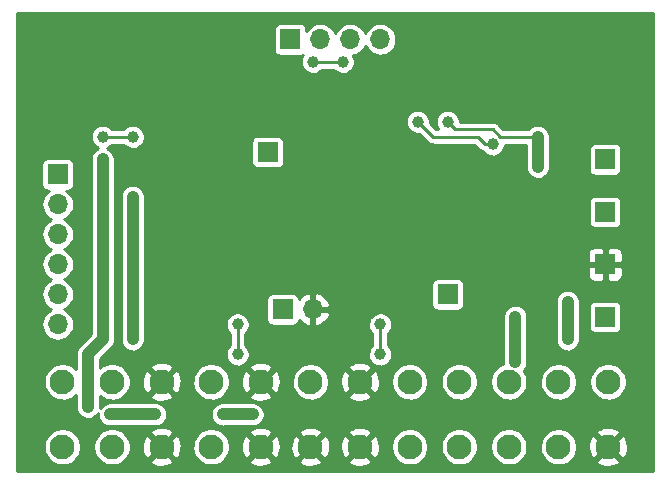
<source format=gbl>
G04 #@! TF.FileFunction,Copper,L2,Bot,Signal*
%FSLAX46Y46*%
G04 Gerber Fmt 4.6, Leading zero omitted, Abs format (unit mm)*
G04 Created by KiCad (PCBNEW 4.0.7) date 08/02/18 14:57:07*
%MOMM*%
%LPD*%
G01*
G04 APERTURE LIST*
%ADD10C,0.100000*%
%ADD11R,1.700000X1.700000*%
%ADD12O,1.700000X1.700000*%
%ADD13C,2.100000*%
%ADD14C,1.000000*%
%ADD15C,0.600000*%
%ADD16C,0.250000*%
%ADD17C,1.000000*%
%ADD18C,0.254000*%
G04 APERTURE END LIST*
D10*
D11*
X167640000Y-93980000D03*
X167640000Y-98425000D03*
X167640000Y-89535000D03*
X167640000Y-102870000D03*
X140335000Y-102235000D03*
D12*
X142875000Y-102235000D03*
D11*
X154305000Y-100965000D03*
X139065000Y-88900000D03*
X140970000Y-79375000D03*
D12*
X143510000Y-79375000D03*
X146050000Y-79375000D03*
X148590000Y-79375000D03*
D11*
X121285000Y-90805000D03*
D12*
X121285000Y-93345000D03*
X121285000Y-95885000D03*
X121285000Y-98425000D03*
X121285000Y-100965000D03*
X121285000Y-103505000D03*
D13*
X121680000Y-108375000D03*
X125880000Y-108375000D03*
X130080000Y-108375000D03*
X134280000Y-108375000D03*
X138480000Y-108375000D03*
X142680000Y-108375000D03*
X146880000Y-108375000D03*
X151080000Y-108375000D03*
X155280000Y-108375000D03*
X159480000Y-108375000D03*
X163680000Y-108375000D03*
X167880000Y-108375000D03*
X121680000Y-113875000D03*
X125880000Y-113875000D03*
X130080000Y-113875000D03*
X134280000Y-113875000D03*
X138480000Y-113875000D03*
X142680000Y-113875000D03*
X146880000Y-113875000D03*
X151080000Y-113875000D03*
X155280000Y-113875000D03*
X159480000Y-113875000D03*
X163680000Y-113875000D03*
X167880000Y-113875000D03*
D14*
X132715000Y-81280000D03*
X132715000Y-78740000D03*
X158115000Y-88265000D03*
X151765000Y-86360000D03*
X160020000Y-106680000D03*
X160020000Y-102870000D03*
X142875000Y-81280000D03*
X145415000Y-81280000D03*
D15*
X149225000Y-92710000D03*
X149225000Y-95885000D03*
D14*
X145415000Y-102235000D03*
X142240000Y-88265000D03*
X165100000Y-98425000D03*
X150495000Y-94615000D03*
X121285000Y-81280000D03*
X134620000Y-85725000D03*
X136525000Y-83185000D03*
X167640000Y-81280000D03*
X154940000Y-85090000D03*
X151130000Y-85090000D03*
X140335000Y-92710000D03*
X154940000Y-97790000D03*
X123825000Y-110490000D03*
X125095000Y-89535000D03*
X161925000Y-87630000D03*
X161925000Y-90170000D03*
X154305000Y-86360000D03*
X127635000Y-87630000D03*
X125095000Y-87630000D03*
X148590000Y-103505000D03*
X148590000Y-106045000D03*
X127635000Y-104775000D03*
X137795000Y-111125000D03*
X135255000Y-111125000D03*
X129540000Y-111125000D03*
X125730000Y-111125000D03*
X164465000Y-104775000D03*
X164465000Y-101600000D03*
X127635000Y-99060000D03*
X127635000Y-92710000D03*
X127635000Y-96520000D03*
X136525000Y-103505000D03*
X136525000Y-106045000D03*
D16*
X132715000Y-78740000D02*
X132715000Y-81280000D01*
X156845000Y-87630000D02*
X157480000Y-88265000D01*
X158115000Y-88265000D02*
X157480000Y-88265000D01*
X151765000Y-86360000D02*
X153035000Y-87630000D01*
X153035000Y-87630000D02*
X154305000Y-87630000D01*
X154305000Y-87630000D02*
X156845000Y-87630000D01*
D17*
X160020000Y-106680000D02*
X160020000Y-102870000D01*
D16*
X142875000Y-81280000D02*
X145415000Y-81280000D01*
D17*
X123825000Y-110490000D02*
X123825000Y-106680000D01*
X123825000Y-106680000D02*
X123825000Y-106045000D01*
X123825000Y-106045000D02*
X125095000Y-104775000D01*
X125095000Y-104775000D02*
X125095000Y-89535000D01*
D16*
X160020000Y-87630000D02*
X161925000Y-87630000D01*
D17*
X161925000Y-90170000D02*
X161925000Y-87630000D01*
D16*
X160020000Y-87630000D02*
X159385000Y-87630000D01*
X154305000Y-86360000D02*
X154940000Y-86995000D01*
X154940000Y-86995000D02*
X158115000Y-86995000D01*
X158115000Y-86995000D02*
X158750000Y-87630000D01*
X158750000Y-87630000D02*
X159385000Y-87630000D01*
X160020000Y-87630000D02*
X160020000Y-87630000D01*
X125095000Y-87630000D02*
X127635000Y-87630000D01*
X148590000Y-103505000D02*
X148590000Y-106045000D01*
D17*
X127635000Y-104775000D02*
X127635000Y-99060000D01*
X135255000Y-111125000D02*
X137795000Y-111125000D01*
X125730000Y-111125000D02*
X129540000Y-111125000D01*
X164465000Y-104775000D02*
X164465000Y-101600000D01*
X127635000Y-96520000D02*
X127635000Y-99060000D01*
X127635000Y-92710000D02*
X127635000Y-96520000D01*
D16*
X136525000Y-103505000D02*
X136525000Y-106045000D01*
D18*
G36*
X171678000Y-115918000D02*
X117882000Y-115918000D01*
X117882000Y-114007598D01*
X120100928Y-114007598D01*
X120156756Y-114311783D01*
X120270604Y-114599331D01*
X120438136Y-114859289D01*
X120652970Y-115081756D01*
X120906923Y-115258259D01*
X121190322Y-115382073D01*
X121492374Y-115448483D01*
X121801571Y-115454960D01*
X122106138Y-115401256D01*
X122394474Y-115289418D01*
X122655596Y-115123705D01*
X122879557Y-114910430D01*
X123057828Y-114657715D01*
X123183617Y-114375187D01*
X123252135Y-114073607D01*
X123253056Y-114007598D01*
X124300928Y-114007598D01*
X124356756Y-114311783D01*
X124470604Y-114599331D01*
X124638136Y-114859289D01*
X124852970Y-115081756D01*
X125106923Y-115258259D01*
X125390322Y-115382073D01*
X125692374Y-115448483D01*
X126001571Y-115454960D01*
X126306138Y-115401256D01*
X126594474Y-115289418D01*
X126855596Y-115123705D01*
X126937125Y-115046066D01*
X129088539Y-115046066D01*
X129190339Y-115315579D01*
X129488477Y-115461463D01*
X129809346Y-115546380D01*
X130140617Y-115567066D01*
X130469557Y-115522728D01*
X130783527Y-115415069D01*
X130969661Y-115315579D01*
X131071461Y-115046066D01*
X130080000Y-114054605D01*
X129088539Y-115046066D01*
X126937125Y-115046066D01*
X127079557Y-114910430D01*
X127257828Y-114657715D01*
X127383617Y-114375187D01*
X127452135Y-114073607D01*
X127454061Y-113935617D01*
X128387934Y-113935617D01*
X128432272Y-114264557D01*
X128539931Y-114578527D01*
X128639421Y-114764661D01*
X128908934Y-114866461D01*
X129900395Y-113875000D01*
X130259605Y-113875000D01*
X131251066Y-114866461D01*
X131520579Y-114764661D01*
X131666463Y-114466523D01*
X131751380Y-114145654D01*
X131760000Y-114007598D01*
X132700928Y-114007598D01*
X132756756Y-114311783D01*
X132870604Y-114599331D01*
X133038136Y-114859289D01*
X133252970Y-115081756D01*
X133506923Y-115258259D01*
X133790322Y-115382073D01*
X134092374Y-115448483D01*
X134401571Y-115454960D01*
X134706138Y-115401256D01*
X134994474Y-115289418D01*
X135255596Y-115123705D01*
X135337125Y-115046066D01*
X137488539Y-115046066D01*
X137590339Y-115315579D01*
X137888477Y-115461463D01*
X138209346Y-115546380D01*
X138540617Y-115567066D01*
X138869557Y-115522728D01*
X139183527Y-115415069D01*
X139369661Y-115315579D01*
X139471461Y-115046066D01*
X141688539Y-115046066D01*
X141790339Y-115315579D01*
X142088477Y-115461463D01*
X142409346Y-115546380D01*
X142740617Y-115567066D01*
X143069557Y-115522728D01*
X143383527Y-115415069D01*
X143569661Y-115315579D01*
X143671461Y-115046066D01*
X145888539Y-115046066D01*
X145990339Y-115315579D01*
X146288477Y-115461463D01*
X146609346Y-115546380D01*
X146940617Y-115567066D01*
X147269557Y-115522728D01*
X147583527Y-115415069D01*
X147769661Y-115315579D01*
X147871461Y-115046066D01*
X146880000Y-114054605D01*
X145888539Y-115046066D01*
X143671461Y-115046066D01*
X142680000Y-114054605D01*
X141688539Y-115046066D01*
X139471461Y-115046066D01*
X138480000Y-114054605D01*
X137488539Y-115046066D01*
X135337125Y-115046066D01*
X135479557Y-114910430D01*
X135657828Y-114657715D01*
X135783617Y-114375187D01*
X135852135Y-114073607D01*
X135854061Y-113935617D01*
X136787934Y-113935617D01*
X136832272Y-114264557D01*
X136939931Y-114578527D01*
X137039421Y-114764661D01*
X137308934Y-114866461D01*
X138300395Y-113875000D01*
X138659605Y-113875000D01*
X139651066Y-114866461D01*
X139920579Y-114764661D01*
X140066463Y-114466523D01*
X140151380Y-114145654D01*
X140164495Y-113935617D01*
X140987934Y-113935617D01*
X141032272Y-114264557D01*
X141139931Y-114578527D01*
X141239421Y-114764661D01*
X141508934Y-114866461D01*
X142500395Y-113875000D01*
X142859605Y-113875000D01*
X143851066Y-114866461D01*
X144120579Y-114764661D01*
X144266463Y-114466523D01*
X144351380Y-114145654D01*
X144364495Y-113935617D01*
X145187934Y-113935617D01*
X145232272Y-114264557D01*
X145339931Y-114578527D01*
X145439421Y-114764661D01*
X145708934Y-114866461D01*
X146700395Y-113875000D01*
X147059605Y-113875000D01*
X148051066Y-114866461D01*
X148320579Y-114764661D01*
X148466463Y-114466523D01*
X148551380Y-114145654D01*
X148560000Y-114007598D01*
X149500928Y-114007598D01*
X149556756Y-114311783D01*
X149670604Y-114599331D01*
X149838136Y-114859289D01*
X150052970Y-115081756D01*
X150306923Y-115258259D01*
X150590322Y-115382073D01*
X150892374Y-115448483D01*
X151201571Y-115454960D01*
X151506138Y-115401256D01*
X151794474Y-115289418D01*
X152055596Y-115123705D01*
X152279557Y-114910430D01*
X152457828Y-114657715D01*
X152583617Y-114375187D01*
X152652135Y-114073607D01*
X152653056Y-114007598D01*
X153700928Y-114007598D01*
X153756756Y-114311783D01*
X153870604Y-114599331D01*
X154038136Y-114859289D01*
X154252970Y-115081756D01*
X154506923Y-115258259D01*
X154790322Y-115382073D01*
X155092374Y-115448483D01*
X155401571Y-115454960D01*
X155706138Y-115401256D01*
X155994474Y-115289418D01*
X156255596Y-115123705D01*
X156479557Y-114910430D01*
X156657828Y-114657715D01*
X156783617Y-114375187D01*
X156852135Y-114073607D01*
X156853056Y-114007598D01*
X157900928Y-114007598D01*
X157956756Y-114311783D01*
X158070604Y-114599331D01*
X158238136Y-114859289D01*
X158452970Y-115081756D01*
X158706923Y-115258259D01*
X158990322Y-115382073D01*
X159292374Y-115448483D01*
X159601571Y-115454960D01*
X159906138Y-115401256D01*
X160194474Y-115289418D01*
X160455596Y-115123705D01*
X160679557Y-114910430D01*
X160857828Y-114657715D01*
X160983617Y-114375187D01*
X161052135Y-114073607D01*
X161053056Y-114007598D01*
X162100928Y-114007598D01*
X162156756Y-114311783D01*
X162270604Y-114599331D01*
X162438136Y-114859289D01*
X162652970Y-115081756D01*
X162906923Y-115258259D01*
X163190322Y-115382073D01*
X163492374Y-115448483D01*
X163801571Y-115454960D01*
X164106138Y-115401256D01*
X164394474Y-115289418D01*
X164655596Y-115123705D01*
X164737125Y-115046066D01*
X166888539Y-115046066D01*
X166990339Y-115315579D01*
X167288477Y-115461463D01*
X167609346Y-115546380D01*
X167940617Y-115567066D01*
X168269557Y-115522728D01*
X168583527Y-115415069D01*
X168769661Y-115315579D01*
X168871461Y-115046066D01*
X167880000Y-114054605D01*
X166888539Y-115046066D01*
X164737125Y-115046066D01*
X164879557Y-114910430D01*
X165057828Y-114657715D01*
X165183617Y-114375187D01*
X165252135Y-114073607D01*
X165254061Y-113935617D01*
X166187934Y-113935617D01*
X166232272Y-114264557D01*
X166339931Y-114578527D01*
X166439421Y-114764661D01*
X166708934Y-114866461D01*
X167700395Y-113875000D01*
X168059605Y-113875000D01*
X169051066Y-114866461D01*
X169320579Y-114764661D01*
X169466463Y-114466523D01*
X169551380Y-114145654D01*
X169572066Y-113814383D01*
X169527728Y-113485443D01*
X169420069Y-113171473D01*
X169320579Y-112985339D01*
X169051066Y-112883539D01*
X168059605Y-113875000D01*
X167700395Y-113875000D01*
X166708934Y-112883539D01*
X166439421Y-112985339D01*
X166293537Y-113283477D01*
X166208620Y-113604346D01*
X166187934Y-113935617D01*
X165254061Y-113935617D01*
X165257067Y-113720367D01*
X165196997Y-113416992D01*
X165079145Y-113131061D01*
X164908000Y-112873467D01*
X164739646Y-112703934D01*
X166888539Y-112703934D01*
X167880000Y-113695395D01*
X168871461Y-112703934D01*
X168769661Y-112434421D01*
X168471523Y-112288537D01*
X168150654Y-112203620D01*
X167819383Y-112182934D01*
X167490443Y-112227272D01*
X167176473Y-112334931D01*
X166990339Y-112434421D01*
X166888539Y-112703934D01*
X164739646Y-112703934D01*
X164690081Y-112654022D01*
X164433688Y-112481082D01*
X164148588Y-112361237D01*
X163845639Y-112299051D01*
X163536381Y-112296892D01*
X163232593Y-112354842D01*
X162945847Y-112470695D01*
X162687065Y-112640038D01*
X162466103Y-112856419D01*
X162291378Y-113111599D01*
X162169545Y-113395856D01*
X162105246Y-113698363D01*
X162100928Y-114007598D01*
X161053056Y-114007598D01*
X161057067Y-113720367D01*
X160996997Y-113416992D01*
X160879145Y-113131061D01*
X160708000Y-112873467D01*
X160490081Y-112654022D01*
X160233688Y-112481082D01*
X159948588Y-112361237D01*
X159645639Y-112299051D01*
X159336381Y-112296892D01*
X159032593Y-112354842D01*
X158745847Y-112470695D01*
X158487065Y-112640038D01*
X158266103Y-112856419D01*
X158091378Y-113111599D01*
X157969545Y-113395856D01*
X157905246Y-113698363D01*
X157900928Y-114007598D01*
X156853056Y-114007598D01*
X156857067Y-113720367D01*
X156796997Y-113416992D01*
X156679145Y-113131061D01*
X156508000Y-112873467D01*
X156290081Y-112654022D01*
X156033688Y-112481082D01*
X155748588Y-112361237D01*
X155445639Y-112299051D01*
X155136381Y-112296892D01*
X154832593Y-112354842D01*
X154545847Y-112470695D01*
X154287065Y-112640038D01*
X154066103Y-112856419D01*
X153891378Y-113111599D01*
X153769545Y-113395856D01*
X153705246Y-113698363D01*
X153700928Y-114007598D01*
X152653056Y-114007598D01*
X152657067Y-113720367D01*
X152596997Y-113416992D01*
X152479145Y-113131061D01*
X152308000Y-112873467D01*
X152090081Y-112654022D01*
X151833688Y-112481082D01*
X151548588Y-112361237D01*
X151245639Y-112299051D01*
X150936381Y-112296892D01*
X150632593Y-112354842D01*
X150345847Y-112470695D01*
X150087065Y-112640038D01*
X149866103Y-112856419D01*
X149691378Y-113111599D01*
X149569545Y-113395856D01*
X149505246Y-113698363D01*
X149500928Y-114007598D01*
X148560000Y-114007598D01*
X148572066Y-113814383D01*
X148527728Y-113485443D01*
X148420069Y-113171473D01*
X148320579Y-112985339D01*
X148051066Y-112883539D01*
X147059605Y-113875000D01*
X146700395Y-113875000D01*
X145708934Y-112883539D01*
X145439421Y-112985339D01*
X145293537Y-113283477D01*
X145208620Y-113604346D01*
X145187934Y-113935617D01*
X144364495Y-113935617D01*
X144372066Y-113814383D01*
X144327728Y-113485443D01*
X144220069Y-113171473D01*
X144120579Y-112985339D01*
X143851066Y-112883539D01*
X142859605Y-113875000D01*
X142500395Y-113875000D01*
X141508934Y-112883539D01*
X141239421Y-112985339D01*
X141093537Y-113283477D01*
X141008620Y-113604346D01*
X140987934Y-113935617D01*
X140164495Y-113935617D01*
X140172066Y-113814383D01*
X140127728Y-113485443D01*
X140020069Y-113171473D01*
X139920579Y-112985339D01*
X139651066Y-112883539D01*
X138659605Y-113875000D01*
X138300395Y-113875000D01*
X137308934Y-112883539D01*
X137039421Y-112985339D01*
X136893537Y-113283477D01*
X136808620Y-113604346D01*
X136787934Y-113935617D01*
X135854061Y-113935617D01*
X135857067Y-113720367D01*
X135796997Y-113416992D01*
X135679145Y-113131061D01*
X135508000Y-112873467D01*
X135339646Y-112703934D01*
X137488539Y-112703934D01*
X138480000Y-113695395D01*
X139471461Y-112703934D01*
X141688539Y-112703934D01*
X142680000Y-113695395D01*
X143671461Y-112703934D01*
X145888539Y-112703934D01*
X146880000Y-113695395D01*
X147871461Y-112703934D01*
X147769661Y-112434421D01*
X147471523Y-112288537D01*
X147150654Y-112203620D01*
X146819383Y-112182934D01*
X146490443Y-112227272D01*
X146176473Y-112334931D01*
X145990339Y-112434421D01*
X145888539Y-112703934D01*
X143671461Y-112703934D01*
X143569661Y-112434421D01*
X143271523Y-112288537D01*
X142950654Y-112203620D01*
X142619383Y-112182934D01*
X142290443Y-112227272D01*
X141976473Y-112334931D01*
X141790339Y-112434421D01*
X141688539Y-112703934D01*
X139471461Y-112703934D01*
X139369661Y-112434421D01*
X139071523Y-112288537D01*
X138750654Y-112203620D01*
X138419383Y-112182934D01*
X138090443Y-112227272D01*
X137776473Y-112334931D01*
X137590339Y-112434421D01*
X137488539Y-112703934D01*
X135339646Y-112703934D01*
X135290081Y-112654022D01*
X135033688Y-112481082D01*
X134748588Y-112361237D01*
X134445639Y-112299051D01*
X134136381Y-112296892D01*
X133832593Y-112354842D01*
X133545847Y-112470695D01*
X133287065Y-112640038D01*
X133066103Y-112856419D01*
X132891378Y-113111599D01*
X132769545Y-113395856D01*
X132705246Y-113698363D01*
X132700928Y-114007598D01*
X131760000Y-114007598D01*
X131772066Y-113814383D01*
X131727728Y-113485443D01*
X131620069Y-113171473D01*
X131520579Y-112985339D01*
X131251066Y-112883539D01*
X130259605Y-113875000D01*
X129900395Y-113875000D01*
X128908934Y-112883539D01*
X128639421Y-112985339D01*
X128493537Y-113283477D01*
X128408620Y-113604346D01*
X128387934Y-113935617D01*
X127454061Y-113935617D01*
X127457067Y-113720367D01*
X127396997Y-113416992D01*
X127279145Y-113131061D01*
X127108000Y-112873467D01*
X126939646Y-112703934D01*
X129088539Y-112703934D01*
X130080000Y-113695395D01*
X131071461Y-112703934D01*
X130969661Y-112434421D01*
X130671523Y-112288537D01*
X130350654Y-112203620D01*
X130019383Y-112182934D01*
X129690443Y-112227272D01*
X129376473Y-112334931D01*
X129190339Y-112434421D01*
X129088539Y-112703934D01*
X126939646Y-112703934D01*
X126890081Y-112654022D01*
X126633688Y-112481082D01*
X126348588Y-112361237D01*
X126045639Y-112299051D01*
X125736381Y-112296892D01*
X125432593Y-112354842D01*
X125145847Y-112470695D01*
X124887065Y-112640038D01*
X124666103Y-112856419D01*
X124491378Y-113111599D01*
X124369545Y-113395856D01*
X124305246Y-113698363D01*
X124300928Y-114007598D01*
X123253056Y-114007598D01*
X123257067Y-113720367D01*
X123196997Y-113416992D01*
X123079145Y-113131061D01*
X122908000Y-112873467D01*
X122690081Y-112654022D01*
X122433688Y-112481082D01*
X122148588Y-112361237D01*
X121845639Y-112299051D01*
X121536381Y-112296892D01*
X121232593Y-112354842D01*
X120945847Y-112470695D01*
X120687065Y-112640038D01*
X120466103Y-112856419D01*
X120291378Y-113111599D01*
X120169545Y-113395856D01*
X120105246Y-113698363D01*
X120100928Y-114007598D01*
X117882000Y-114007598D01*
X117882000Y-108507598D01*
X120100928Y-108507598D01*
X120156756Y-108811783D01*
X120270604Y-109099331D01*
X120438136Y-109359289D01*
X120652970Y-109581756D01*
X120906923Y-109758259D01*
X121190322Y-109882073D01*
X121492374Y-109948483D01*
X121801571Y-109954960D01*
X122106138Y-109901256D01*
X122394474Y-109789418D01*
X122655596Y-109623705D01*
X122798000Y-109488096D01*
X122798000Y-110479671D01*
X122796650Y-110576353D01*
X122833008Y-110774449D01*
X122907150Y-110961711D01*
X123016253Y-111131005D01*
X123156160Y-111275884D01*
X123321544Y-111390829D01*
X123506104Y-111471461D01*
X123702811Y-111514710D01*
X123904172Y-111518928D01*
X124102517Y-111483954D01*
X124290292Y-111411121D01*
X124460344Y-111303203D01*
X124606195Y-111164310D01*
X124704248Y-111025312D01*
X124701650Y-111211353D01*
X124738008Y-111409449D01*
X124812150Y-111596711D01*
X124921253Y-111766005D01*
X125061160Y-111910884D01*
X125226544Y-112025829D01*
X125411104Y-112106461D01*
X125607811Y-112149710D01*
X125809172Y-112153928D01*
X125820106Y-112152000D01*
X129527132Y-112152000D01*
X129619172Y-112153928D01*
X129817517Y-112118954D01*
X130005292Y-112046121D01*
X130175344Y-111938203D01*
X130321195Y-111799310D01*
X130437292Y-111634733D01*
X130519211Y-111450740D01*
X130563832Y-111254340D01*
X130564432Y-111211353D01*
X134226650Y-111211353D01*
X134263008Y-111409449D01*
X134337150Y-111596711D01*
X134446253Y-111766005D01*
X134586160Y-111910884D01*
X134751544Y-112025829D01*
X134936104Y-112106461D01*
X135132811Y-112149710D01*
X135334172Y-112153928D01*
X135345106Y-112152000D01*
X137782132Y-112152000D01*
X137874172Y-112153928D01*
X138072517Y-112118954D01*
X138260292Y-112046121D01*
X138430344Y-111938203D01*
X138576195Y-111799310D01*
X138692292Y-111634733D01*
X138774211Y-111450740D01*
X138818832Y-111254340D01*
X138820318Y-111147939D01*
X138821975Y-111132170D01*
X138820729Y-111118479D01*
X138822044Y-111024297D01*
X138782924Y-110826728D01*
X138706175Y-110640520D01*
X138594719Y-110472765D01*
X138452802Y-110329854D01*
X138285829Y-110217230D01*
X138100162Y-110139182D01*
X137902870Y-110098684D01*
X137701470Y-110097278D01*
X137697685Y-110098000D01*
X135264892Y-110098000D01*
X135161470Y-110097278D01*
X134963632Y-110135018D01*
X134776893Y-110210465D01*
X134608364Y-110320747D01*
X134464466Y-110461663D01*
X134350679Y-110627845D01*
X134271337Y-110812964D01*
X134229462Y-111009968D01*
X134226650Y-111211353D01*
X130564432Y-111211353D01*
X130565318Y-111147939D01*
X130566975Y-111132170D01*
X130565729Y-111118479D01*
X130567044Y-111024297D01*
X130527924Y-110826728D01*
X130451175Y-110640520D01*
X130339719Y-110472765D01*
X130197802Y-110329854D01*
X130030829Y-110217230D01*
X129845162Y-110139182D01*
X129647870Y-110098684D01*
X129446470Y-110097278D01*
X129442685Y-110098000D01*
X125739892Y-110098000D01*
X125636470Y-110097278D01*
X125438632Y-110135018D01*
X125251893Y-110210465D01*
X125083364Y-110320747D01*
X124939466Y-110461663D01*
X124849193Y-110593504D01*
X124850230Y-110519229D01*
X124851900Y-110504339D01*
X124852000Y-110490000D01*
X124852000Y-110392448D01*
X124852044Y-110389297D01*
X124852000Y-110389075D01*
X124852000Y-109580752D01*
X124852970Y-109581756D01*
X125106923Y-109758259D01*
X125390322Y-109882073D01*
X125692374Y-109948483D01*
X126001571Y-109954960D01*
X126306138Y-109901256D01*
X126594474Y-109789418D01*
X126855596Y-109623705D01*
X126937125Y-109546066D01*
X129088539Y-109546066D01*
X129190339Y-109815579D01*
X129488477Y-109961463D01*
X129809346Y-110046380D01*
X130140617Y-110067066D01*
X130469557Y-110022728D01*
X130783527Y-109915069D01*
X130969661Y-109815579D01*
X131071461Y-109546066D01*
X130080000Y-108554605D01*
X129088539Y-109546066D01*
X126937125Y-109546066D01*
X127079557Y-109410430D01*
X127257828Y-109157715D01*
X127383617Y-108875187D01*
X127452135Y-108573607D01*
X127454061Y-108435617D01*
X128387934Y-108435617D01*
X128432272Y-108764557D01*
X128539931Y-109078527D01*
X128639421Y-109264661D01*
X128908934Y-109366461D01*
X129900395Y-108375000D01*
X130259605Y-108375000D01*
X131251066Y-109366461D01*
X131520579Y-109264661D01*
X131666463Y-108966523D01*
X131751380Y-108645654D01*
X131760000Y-108507598D01*
X132700928Y-108507598D01*
X132756756Y-108811783D01*
X132870604Y-109099331D01*
X133038136Y-109359289D01*
X133252970Y-109581756D01*
X133506923Y-109758259D01*
X133790322Y-109882073D01*
X134092374Y-109948483D01*
X134401571Y-109954960D01*
X134706138Y-109901256D01*
X134994474Y-109789418D01*
X135255596Y-109623705D01*
X135337125Y-109546066D01*
X137488539Y-109546066D01*
X137590339Y-109815579D01*
X137888477Y-109961463D01*
X138209346Y-110046380D01*
X138540617Y-110067066D01*
X138869557Y-110022728D01*
X139183527Y-109915069D01*
X139369661Y-109815579D01*
X139471461Y-109546066D01*
X138480000Y-108554605D01*
X137488539Y-109546066D01*
X135337125Y-109546066D01*
X135479557Y-109410430D01*
X135657828Y-109157715D01*
X135783617Y-108875187D01*
X135852135Y-108573607D01*
X135854061Y-108435617D01*
X136787934Y-108435617D01*
X136832272Y-108764557D01*
X136939931Y-109078527D01*
X137039421Y-109264661D01*
X137308934Y-109366461D01*
X138300395Y-108375000D01*
X138659605Y-108375000D01*
X139651066Y-109366461D01*
X139920579Y-109264661D01*
X140066463Y-108966523D01*
X140151380Y-108645654D01*
X140160000Y-108507598D01*
X141100928Y-108507598D01*
X141156756Y-108811783D01*
X141270604Y-109099331D01*
X141438136Y-109359289D01*
X141652970Y-109581756D01*
X141906923Y-109758259D01*
X142190322Y-109882073D01*
X142492374Y-109948483D01*
X142801571Y-109954960D01*
X143106138Y-109901256D01*
X143394474Y-109789418D01*
X143655596Y-109623705D01*
X143737125Y-109546066D01*
X145888539Y-109546066D01*
X145990339Y-109815579D01*
X146288477Y-109961463D01*
X146609346Y-110046380D01*
X146940617Y-110067066D01*
X147269557Y-110022728D01*
X147583527Y-109915069D01*
X147769661Y-109815579D01*
X147871461Y-109546066D01*
X146880000Y-108554605D01*
X145888539Y-109546066D01*
X143737125Y-109546066D01*
X143879557Y-109410430D01*
X144057828Y-109157715D01*
X144183617Y-108875187D01*
X144252135Y-108573607D01*
X144254061Y-108435617D01*
X145187934Y-108435617D01*
X145232272Y-108764557D01*
X145339931Y-109078527D01*
X145439421Y-109264661D01*
X145708934Y-109366461D01*
X146700395Y-108375000D01*
X147059605Y-108375000D01*
X148051066Y-109366461D01*
X148320579Y-109264661D01*
X148466463Y-108966523D01*
X148551380Y-108645654D01*
X148560000Y-108507598D01*
X149500928Y-108507598D01*
X149556756Y-108811783D01*
X149670604Y-109099331D01*
X149838136Y-109359289D01*
X150052970Y-109581756D01*
X150306923Y-109758259D01*
X150590322Y-109882073D01*
X150892374Y-109948483D01*
X151201571Y-109954960D01*
X151506138Y-109901256D01*
X151794474Y-109789418D01*
X152055596Y-109623705D01*
X152279557Y-109410430D01*
X152457828Y-109157715D01*
X152583617Y-108875187D01*
X152652135Y-108573607D01*
X152653056Y-108507598D01*
X153700928Y-108507598D01*
X153756756Y-108811783D01*
X153870604Y-109099331D01*
X154038136Y-109359289D01*
X154252970Y-109581756D01*
X154506923Y-109758259D01*
X154790322Y-109882073D01*
X155092374Y-109948483D01*
X155401571Y-109954960D01*
X155706138Y-109901256D01*
X155994474Y-109789418D01*
X156255596Y-109623705D01*
X156479557Y-109410430D01*
X156657828Y-109157715D01*
X156783617Y-108875187D01*
X156852135Y-108573607D01*
X156853056Y-108507598D01*
X157900928Y-108507598D01*
X157956756Y-108811783D01*
X158070604Y-109099331D01*
X158238136Y-109359289D01*
X158452970Y-109581756D01*
X158706923Y-109758259D01*
X158990322Y-109882073D01*
X159292374Y-109948483D01*
X159601571Y-109954960D01*
X159906138Y-109901256D01*
X160194474Y-109789418D01*
X160455596Y-109623705D01*
X160679557Y-109410430D01*
X160857828Y-109157715D01*
X160983617Y-108875187D01*
X161052135Y-108573607D01*
X161053056Y-108507598D01*
X162100928Y-108507598D01*
X162156756Y-108811783D01*
X162270604Y-109099331D01*
X162438136Y-109359289D01*
X162652970Y-109581756D01*
X162906923Y-109758259D01*
X163190322Y-109882073D01*
X163492374Y-109948483D01*
X163801571Y-109954960D01*
X164106138Y-109901256D01*
X164394474Y-109789418D01*
X164655596Y-109623705D01*
X164879557Y-109410430D01*
X165057828Y-109157715D01*
X165183617Y-108875187D01*
X165252135Y-108573607D01*
X165253056Y-108507598D01*
X166300928Y-108507598D01*
X166356756Y-108811783D01*
X166470604Y-109099331D01*
X166638136Y-109359289D01*
X166852970Y-109581756D01*
X167106923Y-109758259D01*
X167390322Y-109882073D01*
X167692374Y-109948483D01*
X168001571Y-109954960D01*
X168306138Y-109901256D01*
X168594474Y-109789418D01*
X168855596Y-109623705D01*
X169079557Y-109410430D01*
X169257828Y-109157715D01*
X169383617Y-108875187D01*
X169452135Y-108573607D01*
X169457067Y-108220367D01*
X169396997Y-107916992D01*
X169279145Y-107631061D01*
X169108000Y-107373467D01*
X168890081Y-107154022D01*
X168633688Y-106981082D01*
X168348588Y-106861237D01*
X168045639Y-106799051D01*
X167736381Y-106796892D01*
X167432593Y-106854842D01*
X167145847Y-106970695D01*
X166887065Y-107140038D01*
X166666103Y-107356419D01*
X166491378Y-107611599D01*
X166369545Y-107895856D01*
X166305246Y-108198363D01*
X166300928Y-108507598D01*
X165253056Y-108507598D01*
X165257067Y-108220367D01*
X165196997Y-107916992D01*
X165079145Y-107631061D01*
X164908000Y-107373467D01*
X164690081Y-107154022D01*
X164433688Y-106981082D01*
X164148588Y-106861237D01*
X163845639Y-106799051D01*
X163536381Y-106796892D01*
X163232593Y-106854842D01*
X162945847Y-106970695D01*
X162687065Y-107140038D01*
X162466103Y-107356419D01*
X162291378Y-107611599D01*
X162169545Y-107895856D01*
X162105246Y-108198363D01*
X162100928Y-108507598D01*
X161053056Y-108507598D01*
X161057067Y-108220367D01*
X160996997Y-107916992D01*
X160879145Y-107631061D01*
X160736319Y-107416091D01*
X160801195Y-107354310D01*
X160917292Y-107189733D01*
X160999211Y-107005740D01*
X161043832Y-106809340D01*
X161045230Y-106709229D01*
X161046900Y-106694339D01*
X161047000Y-106680000D01*
X161047000Y-106582448D01*
X161047044Y-106579297D01*
X161047000Y-106579075D01*
X161047000Y-102870000D01*
X161045808Y-102857840D01*
X161047044Y-102769297D01*
X161007924Y-102571728D01*
X160931175Y-102385520D01*
X160819719Y-102217765D01*
X160677802Y-102074854D01*
X160510829Y-101962230D01*
X160325162Y-101884182D01*
X160127870Y-101843684D01*
X159926470Y-101842278D01*
X159728632Y-101880018D01*
X159541893Y-101955465D01*
X159373364Y-102065747D01*
X159229466Y-102206663D01*
X159115679Y-102372845D01*
X159036337Y-102557964D01*
X158994462Y-102754968D01*
X158991650Y-102956353D01*
X158993000Y-102963708D01*
X158993000Y-106669671D01*
X158991650Y-106766353D01*
X159009596Y-106864133D01*
X158745847Y-106970695D01*
X158487065Y-107140038D01*
X158266103Y-107356419D01*
X158091378Y-107611599D01*
X157969545Y-107895856D01*
X157905246Y-108198363D01*
X157900928Y-108507598D01*
X156853056Y-108507598D01*
X156857067Y-108220367D01*
X156796997Y-107916992D01*
X156679145Y-107631061D01*
X156508000Y-107373467D01*
X156290081Y-107154022D01*
X156033688Y-106981082D01*
X155748588Y-106861237D01*
X155445639Y-106799051D01*
X155136381Y-106796892D01*
X154832593Y-106854842D01*
X154545847Y-106970695D01*
X154287065Y-107140038D01*
X154066103Y-107356419D01*
X153891378Y-107611599D01*
X153769545Y-107895856D01*
X153705246Y-108198363D01*
X153700928Y-108507598D01*
X152653056Y-108507598D01*
X152657067Y-108220367D01*
X152596997Y-107916992D01*
X152479145Y-107631061D01*
X152308000Y-107373467D01*
X152090081Y-107154022D01*
X151833688Y-106981082D01*
X151548588Y-106861237D01*
X151245639Y-106799051D01*
X150936381Y-106796892D01*
X150632593Y-106854842D01*
X150345847Y-106970695D01*
X150087065Y-107140038D01*
X149866103Y-107356419D01*
X149691378Y-107611599D01*
X149569545Y-107895856D01*
X149505246Y-108198363D01*
X149500928Y-108507598D01*
X148560000Y-108507598D01*
X148572066Y-108314383D01*
X148527728Y-107985443D01*
X148420069Y-107671473D01*
X148320579Y-107485339D01*
X148051066Y-107383539D01*
X147059605Y-108375000D01*
X146700395Y-108375000D01*
X145708934Y-107383539D01*
X145439421Y-107485339D01*
X145293537Y-107783477D01*
X145208620Y-108104346D01*
X145187934Y-108435617D01*
X144254061Y-108435617D01*
X144257067Y-108220367D01*
X144196997Y-107916992D01*
X144079145Y-107631061D01*
X143908000Y-107373467D01*
X143739646Y-107203934D01*
X145888539Y-107203934D01*
X146880000Y-108195395D01*
X147871461Y-107203934D01*
X147769661Y-106934421D01*
X147471523Y-106788537D01*
X147150654Y-106703620D01*
X146819383Y-106682934D01*
X146490443Y-106727272D01*
X146176473Y-106834931D01*
X145990339Y-106934421D01*
X145888539Y-107203934D01*
X143739646Y-107203934D01*
X143690081Y-107154022D01*
X143433688Y-106981082D01*
X143148588Y-106861237D01*
X142845639Y-106799051D01*
X142536381Y-106796892D01*
X142232593Y-106854842D01*
X141945847Y-106970695D01*
X141687065Y-107140038D01*
X141466103Y-107356419D01*
X141291378Y-107611599D01*
X141169545Y-107895856D01*
X141105246Y-108198363D01*
X141100928Y-108507598D01*
X140160000Y-108507598D01*
X140172066Y-108314383D01*
X140127728Y-107985443D01*
X140020069Y-107671473D01*
X139920579Y-107485339D01*
X139651066Y-107383539D01*
X138659605Y-108375000D01*
X138300395Y-108375000D01*
X137308934Y-107383539D01*
X137039421Y-107485339D01*
X136893537Y-107783477D01*
X136808620Y-108104346D01*
X136787934Y-108435617D01*
X135854061Y-108435617D01*
X135857067Y-108220367D01*
X135796997Y-107916992D01*
X135679145Y-107631061D01*
X135508000Y-107373467D01*
X135339646Y-107203934D01*
X137488539Y-107203934D01*
X138480000Y-108195395D01*
X139471461Y-107203934D01*
X139369661Y-106934421D01*
X139071523Y-106788537D01*
X138750654Y-106703620D01*
X138419383Y-106682934D01*
X138090443Y-106727272D01*
X137776473Y-106834931D01*
X137590339Y-106934421D01*
X137488539Y-107203934D01*
X135339646Y-107203934D01*
X135290081Y-107154022D01*
X135033688Y-106981082D01*
X134748588Y-106861237D01*
X134445639Y-106799051D01*
X134136381Y-106796892D01*
X133832593Y-106854842D01*
X133545847Y-106970695D01*
X133287065Y-107140038D01*
X133066103Y-107356419D01*
X132891378Y-107611599D01*
X132769545Y-107895856D01*
X132705246Y-108198363D01*
X132700928Y-108507598D01*
X131760000Y-108507598D01*
X131772066Y-108314383D01*
X131727728Y-107985443D01*
X131620069Y-107671473D01*
X131520579Y-107485339D01*
X131251066Y-107383539D01*
X130259605Y-108375000D01*
X129900395Y-108375000D01*
X128908934Y-107383539D01*
X128639421Y-107485339D01*
X128493537Y-107783477D01*
X128408620Y-108104346D01*
X128387934Y-108435617D01*
X127454061Y-108435617D01*
X127457067Y-108220367D01*
X127396997Y-107916992D01*
X127279145Y-107631061D01*
X127108000Y-107373467D01*
X126939646Y-107203934D01*
X129088539Y-107203934D01*
X130080000Y-108195395D01*
X131071461Y-107203934D01*
X130969661Y-106934421D01*
X130671523Y-106788537D01*
X130350654Y-106703620D01*
X130019383Y-106682934D01*
X129690443Y-106727272D01*
X129376473Y-106834931D01*
X129190339Y-106934421D01*
X129088539Y-107203934D01*
X126939646Y-107203934D01*
X126890081Y-107154022D01*
X126633688Y-106981082D01*
X126348588Y-106861237D01*
X126045639Y-106799051D01*
X125736381Y-106796892D01*
X125432593Y-106854842D01*
X125145847Y-106970695D01*
X124887065Y-107140038D01*
X124852000Y-107174376D01*
X124852000Y-106470398D01*
X125821199Y-105501199D01*
X125881440Y-105427860D01*
X125942392Y-105355221D01*
X125944994Y-105350488D01*
X125948421Y-105346316D01*
X125993260Y-105262693D01*
X126038952Y-105179578D01*
X126040584Y-105174433D01*
X126043137Y-105169672D01*
X126070868Y-105078968D01*
X126099558Y-104988525D01*
X126100160Y-104983154D01*
X126101738Y-104977994D01*
X126111317Y-104883693D01*
X126121900Y-104789339D01*
X126121974Y-104778775D01*
X126121993Y-104778585D01*
X126121976Y-104778408D01*
X126122000Y-104775000D01*
X126122000Y-92796353D01*
X126606650Y-92796353D01*
X126608000Y-92803708D01*
X126608000Y-96509671D01*
X126606650Y-96606353D01*
X126608000Y-96613708D01*
X126608000Y-99049671D01*
X126606650Y-99146353D01*
X126608000Y-99153708D01*
X126608000Y-104764671D01*
X126606650Y-104861353D01*
X126643008Y-105059449D01*
X126717150Y-105246711D01*
X126826253Y-105416005D01*
X126966160Y-105560884D01*
X127131544Y-105675829D01*
X127316104Y-105756461D01*
X127512811Y-105799710D01*
X127714172Y-105803928D01*
X127912517Y-105768954D01*
X128100292Y-105696121D01*
X128270344Y-105588203D01*
X128416195Y-105449310D01*
X128532292Y-105284733D01*
X128614211Y-105100740D01*
X128658832Y-104904340D01*
X128660230Y-104804229D01*
X128661900Y-104789339D01*
X128662000Y-104775000D01*
X128662000Y-104677448D01*
X128662044Y-104674297D01*
X128662000Y-104674075D01*
X128662000Y-103591353D01*
X135496650Y-103591353D01*
X135533008Y-103789449D01*
X135607150Y-103976711D01*
X135716253Y-104146005D01*
X135856160Y-104290884D01*
X135873000Y-104302588D01*
X135873000Y-105246000D01*
X135734466Y-105381663D01*
X135620679Y-105547845D01*
X135541337Y-105732964D01*
X135499462Y-105929968D01*
X135496650Y-106131353D01*
X135533008Y-106329449D01*
X135607150Y-106516711D01*
X135716253Y-106686005D01*
X135856160Y-106830884D01*
X136021544Y-106945829D01*
X136206104Y-107026461D01*
X136402811Y-107069710D01*
X136604172Y-107073928D01*
X136802517Y-107038954D01*
X136990292Y-106966121D01*
X137160344Y-106858203D01*
X137306195Y-106719310D01*
X137422292Y-106554733D01*
X137504211Y-106370740D01*
X137548832Y-106174340D01*
X137552044Y-105944297D01*
X137512924Y-105746728D01*
X137436175Y-105560520D01*
X137324719Y-105392765D01*
X137182802Y-105249854D01*
X137177000Y-105245941D01*
X137177000Y-104302342D01*
X137306195Y-104179310D01*
X137422292Y-104014733D01*
X137504211Y-103830740D01*
X137548832Y-103634340D01*
X137552044Y-103404297D01*
X137512924Y-103206728D01*
X137436175Y-103020520D01*
X137324719Y-102852765D01*
X137182802Y-102709854D01*
X137015829Y-102597230D01*
X136830162Y-102519182D01*
X136632870Y-102478684D01*
X136431470Y-102477278D01*
X136233632Y-102515018D01*
X136046893Y-102590465D01*
X135878364Y-102700747D01*
X135734466Y-102841663D01*
X135620679Y-103007845D01*
X135541337Y-103192964D01*
X135499462Y-103389968D01*
X135496650Y-103591353D01*
X128662000Y-103591353D01*
X128662000Y-101385000D01*
X138955451Y-101385000D01*
X138955451Y-103085000D01*
X138962143Y-103168923D01*
X139006224Y-103311265D01*
X139088215Y-103435690D01*
X139201624Y-103532348D01*
X139337471Y-103593584D01*
X139485000Y-103614549D01*
X141185000Y-103614549D01*
X141268923Y-103607857D01*
X141411265Y-103563776D01*
X141535690Y-103481785D01*
X141632348Y-103368376D01*
X141693584Y-103232529D01*
X141705971Y-103145365D01*
X141874731Y-103332588D01*
X142108080Y-103506641D01*
X142370901Y-103631825D01*
X142518110Y-103676476D01*
X142748000Y-103555155D01*
X142748000Y-102362000D01*
X143002000Y-102362000D01*
X143002000Y-103555155D01*
X143231890Y-103676476D01*
X143379099Y-103631825D01*
X143464069Y-103591353D01*
X147561650Y-103591353D01*
X147598008Y-103789449D01*
X147672150Y-103976711D01*
X147781253Y-104146005D01*
X147921160Y-104290884D01*
X147938000Y-104302588D01*
X147938000Y-105246000D01*
X147799466Y-105381663D01*
X147685679Y-105547845D01*
X147606337Y-105732964D01*
X147564462Y-105929968D01*
X147561650Y-106131353D01*
X147598008Y-106329449D01*
X147672150Y-106516711D01*
X147781253Y-106686005D01*
X147921160Y-106830884D01*
X148086544Y-106945829D01*
X148271104Y-107026461D01*
X148467811Y-107069710D01*
X148669172Y-107073928D01*
X148867517Y-107038954D01*
X149055292Y-106966121D01*
X149225344Y-106858203D01*
X149371195Y-106719310D01*
X149487292Y-106554733D01*
X149569211Y-106370740D01*
X149613832Y-106174340D01*
X149617044Y-105944297D01*
X149577924Y-105746728D01*
X149501175Y-105560520D01*
X149389719Y-105392765D01*
X149247802Y-105249854D01*
X149242000Y-105245941D01*
X149242000Y-104302342D01*
X149371195Y-104179310D01*
X149487292Y-104014733D01*
X149569211Y-103830740D01*
X149613832Y-103634340D01*
X149617044Y-103404297D01*
X149577924Y-103206728D01*
X149501175Y-103020520D01*
X149389719Y-102852765D01*
X149247802Y-102709854D01*
X149080829Y-102597230D01*
X148895162Y-102519182D01*
X148697870Y-102478684D01*
X148496470Y-102477278D01*
X148298632Y-102515018D01*
X148111893Y-102590465D01*
X147943364Y-102700747D01*
X147799466Y-102841663D01*
X147685679Y-103007845D01*
X147606337Y-103192964D01*
X147564462Y-103389968D01*
X147561650Y-103591353D01*
X143464069Y-103591353D01*
X143641920Y-103506641D01*
X143875269Y-103332588D01*
X144070178Y-103116355D01*
X144219157Y-102866252D01*
X144316481Y-102591891D01*
X144195814Y-102362000D01*
X143002000Y-102362000D01*
X142748000Y-102362000D01*
X142728000Y-102362000D01*
X142728000Y-102108000D01*
X142748000Y-102108000D01*
X142748000Y-100914845D01*
X143002000Y-100914845D01*
X143002000Y-102108000D01*
X144195814Y-102108000D01*
X144316481Y-101878109D01*
X144219157Y-101603748D01*
X144070178Y-101353645D01*
X143875269Y-101137412D01*
X143641920Y-100963359D01*
X143379099Y-100838175D01*
X143231890Y-100793524D01*
X143002000Y-100914845D01*
X142748000Y-100914845D01*
X142518110Y-100793524D01*
X142370901Y-100838175D01*
X142108080Y-100963359D01*
X141874731Y-101137412D01*
X141709430Y-101320798D01*
X141707857Y-101301077D01*
X141663776Y-101158735D01*
X141581785Y-101034310D01*
X141468376Y-100937652D01*
X141332529Y-100876416D01*
X141185000Y-100855451D01*
X139485000Y-100855451D01*
X139401077Y-100862143D01*
X139258735Y-100906224D01*
X139134310Y-100988215D01*
X139037652Y-101101624D01*
X138976416Y-101237471D01*
X138955451Y-101385000D01*
X128662000Y-101385000D01*
X128662000Y-100115000D01*
X152925451Y-100115000D01*
X152925451Y-101815000D01*
X152932143Y-101898923D01*
X152976224Y-102041265D01*
X153058215Y-102165690D01*
X153171624Y-102262348D01*
X153307471Y-102323584D01*
X153455000Y-102344549D01*
X155155000Y-102344549D01*
X155238923Y-102337857D01*
X155381265Y-102293776D01*
X155505690Y-102211785D01*
X155602348Y-102098376D01*
X155663584Y-101962529D01*
X155684549Y-101815000D01*
X155684549Y-101686353D01*
X163436650Y-101686353D01*
X163438000Y-101693708D01*
X163438000Y-104764671D01*
X163436650Y-104861353D01*
X163473008Y-105059449D01*
X163547150Y-105246711D01*
X163656253Y-105416005D01*
X163796160Y-105560884D01*
X163961544Y-105675829D01*
X164146104Y-105756461D01*
X164342811Y-105799710D01*
X164544172Y-105803928D01*
X164742517Y-105768954D01*
X164930292Y-105696121D01*
X165100344Y-105588203D01*
X165246195Y-105449310D01*
X165362292Y-105284733D01*
X165444211Y-105100740D01*
X165488832Y-104904340D01*
X165490230Y-104804229D01*
X165491900Y-104789339D01*
X165492000Y-104775000D01*
X165492000Y-104677448D01*
X165492044Y-104674297D01*
X165492000Y-104674075D01*
X165492000Y-102020000D01*
X166260451Y-102020000D01*
X166260451Y-103720000D01*
X166267143Y-103803923D01*
X166311224Y-103946265D01*
X166393215Y-104070690D01*
X166506624Y-104167348D01*
X166642471Y-104228584D01*
X166790000Y-104249549D01*
X168490000Y-104249549D01*
X168573923Y-104242857D01*
X168716265Y-104198776D01*
X168840690Y-104116785D01*
X168937348Y-104003376D01*
X168998584Y-103867529D01*
X169019549Y-103720000D01*
X169019549Y-102020000D01*
X169012857Y-101936077D01*
X168968776Y-101793735D01*
X168886785Y-101669310D01*
X168773376Y-101572652D01*
X168637529Y-101511416D01*
X168490000Y-101490451D01*
X166790000Y-101490451D01*
X166706077Y-101497143D01*
X166563735Y-101541224D01*
X166439310Y-101623215D01*
X166342652Y-101736624D01*
X166281416Y-101872471D01*
X166260451Y-102020000D01*
X165492000Y-102020000D01*
X165492000Y-101600000D01*
X165490808Y-101587840D01*
X165492044Y-101499297D01*
X165452924Y-101301728D01*
X165376175Y-101115520D01*
X165264719Y-100947765D01*
X165122802Y-100804854D01*
X164955829Y-100692230D01*
X164770162Y-100614182D01*
X164572870Y-100573684D01*
X164371470Y-100572278D01*
X164173632Y-100610018D01*
X163986893Y-100685465D01*
X163818364Y-100795747D01*
X163674466Y-100936663D01*
X163560679Y-101102845D01*
X163481337Y-101287964D01*
X163439462Y-101484968D01*
X163436650Y-101686353D01*
X155684549Y-101686353D01*
X155684549Y-100115000D01*
X155677857Y-100031077D01*
X155633776Y-99888735D01*
X155551785Y-99764310D01*
X155438376Y-99667652D01*
X155302529Y-99606416D01*
X155155000Y-99585451D01*
X153455000Y-99585451D01*
X153371077Y-99592143D01*
X153228735Y-99636224D01*
X153104310Y-99718215D01*
X153007652Y-99831624D01*
X152946416Y-99967471D01*
X152925451Y-100115000D01*
X128662000Y-100115000D01*
X128662000Y-98962448D01*
X128662044Y-98959297D01*
X128662000Y-98959075D01*
X128662000Y-98710750D01*
X166155000Y-98710750D01*
X166155000Y-99337542D01*
X166179403Y-99460223D01*
X166227270Y-99575785D01*
X166296763Y-99679789D01*
X166385211Y-99768237D01*
X166489215Y-99837730D01*
X166604777Y-99885597D01*
X166727458Y-99910000D01*
X167354250Y-99910000D01*
X167513000Y-99751250D01*
X167513000Y-98552000D01*
X167767000Y-98552000D01*
X167767000Y-99751250D01*
X167925750Y-99910000D01*
X168552542Y-99910000D01*
X168675223Y-99885597D01*
X168790785Y-99837730D01*
X168894789Y-99768237D01*
X168983237Y-99679789D01*
X169052730Y-99575785D01*
X169100597Y-99460223D01*
X169125000Y-99337542D01*
X169125000Y-98710750D01*
X168966250Y-98552000D01*
X167767000Y-98552000D01*
X167513000Y-98552000D01*
X166313750Y-98552000D01*
X166155000Y-98710750D01*
X128662000Y-98710750D01*
X128662000Y-97512458D01*
X166155000Y-97512458D01*
X166155000Y-98139250D01*
X166313750Y-98298000D01*
X167513000Y-98298000D01*
X167513000Y-97098750D01*
X167767000Y-97098750D01*
X167767000Y-98298000D01*
X168966250Y-98298000D01*
X169125000Y-98139250D01*
X169125000Y-97512458D01*
X169100597Y-97389777D01*
X169052730Y-97274215D01*
X168983237Y-97170211D01*
X168894789Y-97081763D01*
X168790785Y-97012270D01*
X168675223Y-96964403D01*
X168552542Y-96940000D01*
X167925750Y-96940000D01*
X167767000Y-97098750D01*
X167513000Y-97098750D01*
X167354250Y-96940000D01*
X166727458Y-96940000D01*
X166604777Y-96964403D01*
X166489215Y-97012270D01*
X166385211Y-97081763D01*
X166296763Y-97170211D01*
X166227270Y-97274215D01*
X166179403Y-97389777D01*
X166155000Y-97512458D01*
X128662000Y-97512458D01*
X128662000Y-96422448D01*
X128662044Y-96419297D01*
X128662000Y-96419075D01*
X128662000Y-93130000D01*
X166260451Y-93130000D01*
X166260451Y-94830000D01*
X166267143Y-94913923D01*
X166311224Y-95056265D01*
X166393215Y-95180690D01*
X166506624Y-95277348D01*
X166642471Y-95338584D01*
X166790000Y-95359549D01*
X168490000Y-95359549D01*
X168573923Y-95352857D01*
X168716265Y-95308776D01*
X168840690Y-95226785D01*
X168937348Y-95113376D01*
X168998584Y-94977529D01*
X169019549Y-94830000D01*
X169019549Y-93130000D01*
X169012857Y-93046077D01*
X168968776Y-92903735D01*
X168886785Y-92779310D01*
X168773376Y-92682652D01*
X168637529Y-92621416D01*
X168490000Y-92600451D01*
X166790000Y-92600451D01*
X166706077Y-92607143D01*
X166563735Y-92651224D01*
X166439310Y-92733215D01*
X166342652Y-92846624D01*
X166281416Y-92982471D01*
X166260451Y-93130000D01*
X128662000Y-93130000D01*
X128662000Y-92710000D01*
X128660808Y-92697840D01*
X128662044Y-92609297D01*
X128622924Y-92411728D01*
X128546175Y-92225520D01*
X128434719Y-92057765D01*
X128292802Y-91914854D01*
X128125829Y-91802230D01*
X127940162Y-91724182D01*
X127742870Y-91683684D01*
X127541470Y-91682278D01*
X127343632Y-91720018D01*
X127156893Y-91795465D01*
X126988364Y-91905747D01*
X126844466Y-92046663D01*
X126730679Y-92212845D01*
X126651337Y-92397964D01*
X126609462Y-92594968D01*
X126606650Y-92796353D01*
X126122000Y-92796353D01*
X126122000Y-89535000D01*
X126120808Y-89522840D01*
X126122044Y-89434297D01*
X126082924Y-89236728D01*
X126006175Y-89050520D01*
X125894719Y-88882765D01*
X125752802Y-88739854D01*
X125585829Y-88627230D01*
X125479407Y-88582494D01*
X125560292Y-88551121D01*
X125730344Y-88443203D01*
X125876195Y-88304310D01*
X125891933Y-88282000D01*
X126836871Y-88282000D01*
X126966160Y-88415884D01*
X127131544Y-88530829D01*
X127316104Y-88611461D01*
X127512811Y-88654710D01*
X127714172Y-88658928D01*
X127912517Y-88623954D01*
X128100292Y-88551121D01*
X128270344Y-88443203D01*
X128416195Y-88304310D01*
X128532292Y-88139733D01*
X128572243Y-88050000D01*
X137685451Y-88050000D01*
X137685451Y-89750000D01*
X137692143Y-89833923D01*
X137736224Y-89976265D01*
X137818215Y-90100690D01*
X137931624Y-90197348D01*
X138067471Y-90258584D01*
X138215000Y-90279549D01*
X139915000Y-90279549D01*
X139998923Y-90272857D01*
X140141265Y-90228776D01*
X140265690Y-90146785D01*
X140362348Y-90033376D01*
X140423584Y-89897529D01*
X140444549Y-89750000D01*
X140444549Y-88050000D01*
X140437857Y-87966077D01*
X140393776Y-87823735D01*
X140311785Y-87699310D01*
X140198376Y-87602652D01*
X140062529Y-87541416D01*
X139915000Y-87520451D01*
X138215000Y-87520451D01*
X138131077Y-87527143D01*
X137988735Y-87571224D01*
X137864310Y-87653215D01*
X137767652Y-87766624D01*
X137706416Y-87902471D01*
X137685451Y-88050000D01*
X128572243Y-88050000D01*
X128614211Y-87955740D01*
X128658832Y-87759340D01*
X128662044Y-87529297D01*
X128622924Y-87331728D01*
X128546175Y-87145520D01*
X128434719Y-86977765D01*
X128292802Y-86834854D01*
X128125829Y-86722230D01*
X127940162Y-86644182D01*
X127742870Y-86603684D01*
X127541470Y-86602278D01*
X127343632Y-86640018D01*
X127156893Y-86715465D01*
X126988364Y-86825747D01*
X126844466Y-86966663D01*
X126836703Y-86978000D01*
X125894875Y-86978000D01*
X125894719Y-86977765D01*
X125752802Y-86834854D01*
X125585829Y-86722230D01*
X125400162Y-86644182D01*
X125202870Y-86603684D01*
X125001470Y-86602278D01*
X124803632Y-86640018D01*
X124616893Y-86715465D01*
X124448364Y-86825747D01*
X124304466Y-86966663D01*
X124190679Y-87132845D01*
X124111337Y-87317964D01*
X124069462Y-87514968D01*
X124066650Y-87716353D01*
X124103008Y-87914449D01*
X124177150Y-88101711D01*
X124286253Y-88271005D01*
X124426160Y-88415884D01*
X124591544Y-88530829D01*
X124710317Y-88582719D01*
X124616893Y-88620465D01*
X124448364Y-88730747D01*
X124304466Y-88871663D01*
X124190679Y-89037845D01*
X124111337Y-89222964D01*
X124069462Y-89419968D01*
X124066650Y-89621353D01*
X124068000Y-89628708D01*
X124068000Y-104349602D01*
X123098801Y-105318801D01*
X123038579Y-105392118D01*
X122977608Y-105464779D01*
X122975005Y-105469515D01*
X122971579Y-105473685D01*
X122926752Y-105557286D01*
X122881048Y-105640422D01*
X122879416Y-105645567D01*
X122876863Y-105650328D01*
X122849132Y-105741032D01*
X122820442Y-105831475D01*
X122819840Y-105836846D01*
X122818262Y-105842006D01*
X122808683Y-105936307D01*
X122798100Y-106030661D01*
X122798026Y-106041225D01*
X122798007Y-106041415D01*
X122798024Y-106041592D01*
X122798000Y-106045000D01*
X122798000Y-107262697D01*
X122690081Y-107154022D01*
X122433688Y-106981082D01*
X122148588Y-106861237D01*
X121845639Y-106799051D01*
X121536381Y-106796892D01*
X121232593Y-106854842D01*
X120945847Y-106970695D01*
X120687065Y-107140038D01*
X120466103Y-107356419D01*
X120291378Y-107611599D01*
X120169545Y-107895856D01*
X120105246Y-108198363D01*
X120100928Y-108507598D01*
X117882000Y-108507598D01*
X117882000Y-93335387D01*
X119901371Y-93335387D01*
X119925727Y-93603024D01*
X120001605Y-93860833D01*
X120126113Y-94098995D01*
X120294508Y-94308436D01*
X120500377Y-94481181D01*
X120735879Y-94610649D01*
X120748454Y-94614638D01*
X120516317Y-94738067D01*
X120308056Y-94907921D01*
X120136752Y-95114991D01*
X120008931Y-95351391D01*
X119929462Y-95608116D01*
X119901371Y-95875387D01*
X119925727Y-96143024D01*
X120001605Y-96400833D01*
X120126113Y-96638995D01*
X120294508Y-96848436D01*
X120500377Y-97021181D01*
X120735879Y-97150649D01*
X120748454Y-97154638D01*
X120516317Y-97278067D01*
X120308056Y-97447921D01*
X120136752Y-97654991D01*
X120008931Y-97891391D01*
X119929462Y-98148116D01*
X119901371Y-98415387D01*
X119925727Y-98683024D01*
X120001605Y-98940833D01*
X120126113Y-99178995D01*
X120294508Y-99388436D01*
X120500377Y-99561181D01*
X120735879Y-99690649D01*
X120748454Y-99694638D01*
X120516317Y-99818067D01*
X120308056Y-99987921D01*
X120136752Y-100194991D01*
X120008931Y-100431391D01*
X119929462Y-100688116D01*
X119901371Y-100955387D01*
X119925727Y-101223024D01*
X120001605Y-101480833D01*
X120126113Y-101718995D01*
X120294508Y-101928436D01*
X120500377Y-102101181D01*
X120735879Y-102230649D01*
X120748454Y-102234638D01*
X120516317Y-102358067D01*
X120308056Y-102527921D01*
X120136752Y-102734991D01*
X120008931Y-102971391D01*
X119929462Y-103228116D01*
X119901371Y-103495387D01*
X119925727Y-103763024D01*
X120001605Y-104020833D01*
X120126113Y-104258995D01*
X120294508Y-104468436D01*
X120500377Y-104641181D01*
X120735879Y-104770649D01*
X120992043Y-104851909D01*
X121259111Y-104881866D01*
X121278337Y-104882000D01*
X121291663Y-104882000D01*
X121559124Y-104855775D01*
X121816397Y-104778100D01*
X122053683Y-104651933D01*
X122261944Y-104482079D01*
X122433248Y-104275009D01*
X122561069Y-104038609D01*
X122640538Y-103781884D01*
X122668629Y-103514613D01*
X122644273Y-103246976D01*
X122568395Y-102989167D01*
X122443887Y-102751005D01*
X122275492Y-102541564D01*
X122069623Y-102368819D01*
X121834121Y-102239351D01*
X121821546Y-102235362D01*
X122053683Y-102111933D01*
X122261944Y-101942079D01*
X122433248Y-101735009D01*
X122561069Y-101498609D01*
X122640538Y-101241884D01*
X122668629Y-100974613D01*
X122644273Y-100706976D01*
X122568395Y-100449167D01*
X122443887Y-100211005D01*
X122275492Y-100001564D01*
X122069623Y-99828819D01*
X121834121Y-99699351D01*
X121821546Y-99695362D01*
X122053683Y-99571933D01*
X122261944Y-99402079D01*
X122433248Y-99195009D01*
X122561069Y-98958609D01*
X122640538Y-98701884D01*
X122668629Y-98434613D01*
X122644273Y-98166976D01*
X122568395Y-97909167D01*
X122443887Y-97671005D01*
X122275492Y-97461564D01*
X122069623Y-97288819D01*
X121834121Y-97159351D01*
X121821546Y-97155362D01*
X122053683Y-97031933D01*
X122261944Y-96862079D01*
X122433248Y-96655009D01*
X122561069Y-96418609D01*
X122640538Y-96161884D01*
X122668629Y-95894613D01*
X122644273Y-95626976D01*
X122568395Y-95369167D01*
X122443887Y-95131005D01*
X122275492Y-94921564D01*
X122069623Y-94748819D01*
X121834121Y-94619351D01*
X121821546Y-94615362D01*
X122053683Y-94491933D01*
X122261944Y-94322079D01*
X122433248Y-94115009D01*
X122561069Y-93878609D01*
X122640538Y-93621884D01*
X122668629Y-93354613D01*
X122644273Y-93086976D01*
X122568395Y-92829167D01*
X122443887Y-92591005D01*
X122275492Y-92381564D01*
X122069623Y-92208819D01*
X122025476Y-92184549D01*
X122135000Y-92184549D01*
X122218923Y-92177857D01*
X122361265Y-92133776D01*
X122485690Y-92051785D01*
X122582348Y-91938376D01*
X122643584Y-91802529D01*
X122664549Y-91655000D01*
X122664549Y-89955000D01*
X122657857Y-89871077D01*
X122613776Y-89728735D01*
X122531785Y-89604310D01*
X122418376Y-89507652D01*
X122282529Y-89446416D01*
X122135000Y-89425451D01*
X120435000Y-89425451D01*
X120351077Y-89432143D01*
X120208735Y-89476224D01*
X120084310Y-89558215D01*
X119987652Y-89671624D01*
X119926416Y-89807471D01*
X119905451Y-89955000D01*
X119905451Y-91655000D01*
X119912143Y-91738923D01*
X119956224Y-91881265D01*
X120038215Y-92005690D01*
X120151624Y-92102348D01*
X120287471Y-92163584D01*
X120435000Y-92184549D01*
X120541741Y-92184549D01*
X120516317Y-92198067D01*
X120308056Y-92367921D01*
X120136752Y-92574991D01*
X120008931Y-92811391D01*
X119929462Y-93068116D01*
X119901371Y-93335387D01*
X117882000Y-93335387D01*
X117882000Y-86446353D01*
X150736650Y-86446353D01*
X150773008Y-86644449D01*
X150847150Y-86831711D01*
X150956253Y-87001005D01*
X151096160Y-87145884D01*
X151261544Y-87260829D01*
X151446104Y-87341461D01*
X151642811Y-87384710D01*
X151844172Y-87388928D01*
X151867710Y-87384778D01*
X152573966Y-88091033D01*
X152620535Y-88129285D01*
X152666642Y-88167974D01*
X152669644Y-88169624D01*
X152672295Y-88171802D01*
X152725411Y-88200283D01*
X152778150Y-88229276D01*
X152781416Y-88230312D01*
X152784439Y-88231933D01*
X152842080Y-88249556D01*
X152899442Y-88267752D01*
X152902846Y-88268134D01*
X152906127Y-88269137D01*
X152966093Y-88275228D01*
X153025897Y-88281936D01*
X153032597Y-88281983D01*
X153032724Y-88281996D01*
X153032842Y-88281985D01*
X153035000Y-88282000D01*
X156574932Y-88282000D01*
X157018967Y-88726034D01*
X157065518Y-88764271D01*
X157111642Y-88802974D01*
X157114647Y-88804626D01*
X157117296Y-88806802D01*
X157170371Y-88835261D01*
X157223150Y-88864276D01*
X157226418Y-88865313D01*
X157229440Y-88866933D01*
X157287066Y-88884551D01*
X157293805Y-88886689D01*
X157306253Y-88906005D01*
X157446160Y-89050884D01*
X157611544Y-89165829D01*
X157796104Y-89246461D01*
X157992811Y-89289710D01*
X158194172Y-89293928D01*
X158392517Y-89258954D01*
X158580292Y-89186121D01*
X158750344Y-89078203D01*
X158896195Y-88939310D01*
X159012292Y-88774733D01*
X159094211Y-88590740D01*
X159138832Y-88394340D01*
X159140401Y-88282000D01*
X160898000Y-88282000D01*
X160898000Y-90159671D01*
X160896650Y-90256353D01*
X160933008Y-90454449D01*
X161007150Y-90641711D01*
X161116253Y-90811005D01*
X161256160Y-90955884D01*
X161421544Y-91070829D01*
X161606104Y-91151461D01*
X161802811Y-91194710D01*
X162004172Y-91198928D01*
X162202517Y-91163954D01*
X162390292Y-91091121D01*
X162560344Y-90983203D01*
X162706195Y-90844310D01*
X162822292Y-90679733D01*
X162904211Y-90495740D01*
X162948832Y-90299340D01*
X162950230Y-90199229D01*
X162951900Y-90184339D01*
X162952000Y-90170000D01*
X162952000Y-90072448D01*
X162952044Y-90069297D01*
X162952000Y-90069075D01*
X162952000Y-88685000D01*
X166260451Y-88685000D01*
X166260451Y-90385000D01*
X166267143Y-90468923D01*
X166311224Y-90611265D01*
X166393215Y-90735690D01*
X166506624Y-90832348D01*
X166642471Y-90893584D01*
X166790000Y-90914549D01*
X168490000Y-90914549D01*
X168573923Y-90907857D01*
X168716265Y-90863776D01*
X168840690Y-90781785D01*
X168937348Y-90668376D01*
X168998584Y-90532529D01*
X169019549Y-90385000D01*
X169019549Y-88685000D01*
X169012857Y-88601077D01*
X168968776Y-88458735D01*
X168886785Y-88334310D01*
X168773376Y-88237652D01*
X168637529Y-88176416D01*
X168490000Y-88155451D01*
X166790000Y-88155451D01*
X166706077Y-88162143D01*
X166563735Y-88206224D01*
X166439310Y-88288215D01*
X166342652Y-88401624D01*
X166281416Y-88537471D01*
X166260451Y-88685000D01*
X162952000Y-88685000D01*
X162952000Y-87630000D01*
X162950808Y-87617840D01*
X162952044Y-87529297D01*
X162912924Y-87331728D01*
X162836175Y-87145520D01*
X162724719Y-86977765D01*
X162582802Y-86834854D01*
X162415829Y-86722230D01*
X162230162Y-86644182D01*
X162032870Y-86603684D01*
X161831470Y-86602278D01*
X161633632Y-86640018D01*
X161446893Y-86715465D01*
X161278364Y-86825747D01*
X161134466Y-86966663D01*
X161126703Y-86978000D01*
X159020067Y-86978000D01*
X158576034Y-86533966D01*
X158529435Y-86495690D01*
X158483358Y-86457026D01*
X158480356Y-86455376D01*
X158477705Y-86453198D01*
X158424608Y-86424728D01*
X158371850Y-86395724D01*
X158368582Y-86394687D01*
X158365560Y-86393067D01*
X158307934Y-86375449D01*
X158250558Y-86357248D01*
X158247154Y-86356866D01*
X158243873Y-86355863D01*
X158183911Y-86349772D01*
X158124103Y-86343064D01*
X158117402Y-86343017D01*
X158117275Y-86343004D01*
X158117157Y-86343015D01*
X158115000Y-86343000D01*
X155330875Y-86343000D01*
X155332044Y-86259297D01*
X155292924Y-86061728D01*
X155216175Y-85875520D01*
X155104719Y-85707765D01*
X154962802Y-85564854D01*
X154795829Y-85452230D01*
X154610162Y-85374182D01*
X154412870Y-85333684D01*
X154211470Y-85332278D01*
X154013632Y-85370018D01*
X153826893Y-85445465D01*
X153658364Y-85555747D01*
X153514466Y-85696663D01*
X153400679Y-85862845D01*
X153321337Y-86047964D01*
X153279462Y-86244968D01*
X153276650Y-86446353D01*
X153313008Y-86644449D01*
X153387150Y-86831711D01*
X153481427Y-86978000D01*
X153305067Y-86978000D01*
X152789212Y-86462144D01*
X152792044Y-86259297D01*
X152752924Y-86061728D01*
X152676175Y-85875520D01*
X152564719Y-85707765D01*
X152422802Y-85564854D01*
X152255829Y-85452230D01*
X152070162Y-85374182D01*
X151872870Y-85333684D01*
X151671470Y-85332278D01*
X151473632Y-85370018D01*
X151286893Y-85445465D01*
X151118364Y-85555747D01*
X150974466Y-85696663D01*
X150860679Y-85862845D01*
X150781337Y-86047964D01*
X150739462Y-86244968D01*
X150736650Y-86446353D01*
X117882000Y-86446353D01*
X117882000Y-78525000D01*
X139590451Y-78525000D01*
X139590451Y-80225000D01*
X139597143Y-80308923D01*
X139641224Y-80451265D01*
X139723215Y-80575690D01*
X139836624Y-80672348D01*
X139972471Y-80733584D01*
X140120000Y-80754549D01*
X141820000Y-80754549D01*
X141903923Y-80747857D01*
X142019047Y-80712205D01*
X141970679Y-80782845D01*
X141891337Y-80967964D01*
X141849462Y-81164968D01*
X141846650Y-81366353D01*
X141883008Y-81564449D01*
X141957150Y-81751711D01*
X142066253Y-81921005D01*
X142206160Y-82065884D01*
X142371544Y-82180829D01*
X142556104Y-82261461D01*
X142752811Y-82304710D01*
X142954172Y-82308928D01*
X143152517Y-82273954D01*
X143340292Y-82201121D01*
X143510344Y-82093203D01*
X143656195Y-81954310D01*
X143671933Y-81932000D01*
X144616871Y-81932000D01*
X144746160Y-82065884D01*
X144911544Y-82180829D01*
X145096104Y-82261461D01*
X145292811Y-82304710D01*
X145494172Y-82308928D01*
X145692517Y-82273954D01*
X145880292Y-82201121D01*
X146050344Y-82093203D01*
X146196195Y-81954310D01*
X146312292Y-81789733D01*
X146394211Y-81605740D01*
X146438832Y-81409340D01*
X146442044Y-81179297D01*
X146402924Y-80981728D01*
X146326175Y-80795520D01*
X146286768Y-80736207D01*
X146308024Y-80734273D01*
X146565833Y-80658395D01*
X146803995Y-80533887D01*
X147013436Y-80365492D01*
X147186181Y-80159623D01*
X147315649Y-79924121D01*
X147319638Y-79911546D01*
X147443067Y-80143683D01*
X147612921Y-80351944D01*
X147819991Y-80523248D01*
X148056391Y-80651069D01*
X148313116Y-80730538D01*
X148580387Y-80758629D01*
X148848024Y-80734273D01*
X149105833Y-80658395D01*
X149343995Y-80533887D01*
X149553436Y-80365492D01*
X149726181Y-80159623D01*
X149855649Y-79924121D01*
X149936909Y-79667957D01*
X149966866Y-79400889D01*
X149967000Y-79381663D01*
X149967000Y-79368337D01*
X149940775Y-79100876D01*
X149863100Y-78843603D01*
X149736933Y-78606317D01*
X149567079Y-78398056D01*
X149360009Y-78226752D01*
X149123609Y-78098931D01*
X148866884Y-78019462D01*
X148599613Y-77991371D01*
X148331976Y-78015727D01*
X148074167Y-78091605D01*
X147836005Y-78216113D01*
X147626564Y-78384508D01*
X147453819Y-78590377D01*
X147324351Y-78825879D01*
X147320362Y-78838454D01*
X147196933Y-78606317D01*
X147027079Y-78398056D01*
X146820009Y-78226752D01*
X146583609Y-78098931D01*
X146326884Y-78019462D01*
X146059613Y-77991371D01*
X145791976Y-78015727D01*
X145534167Y-78091605D01*
X145296005Y-78216113D01*
X145086564Y-78384508D01*
X144913819Y-78590377D01*
X144784351Y-78825879D01*
X144780362Y-78838454D01*
X144656933Y-78606317D01*
X144487079Y-78398056D01*
X144280009Y-78226752D01*
X144043609Y-78098931D01*
X143786884Y-78019462D01*
X143519613Y-77991371D01*
X143251976Y-78015727D01*
X142994167Y-78091605D01*
X142756005Y-78216113D01*
X142546564Y-78384508D01*
X142373819Y-78590377D01*
X142349549Y-78634524D01*
X142349549Y-78525000D01*
X142342857Y-78441077D01*
X142298776Y-78298735D01*
X142216785Y-78174310D01*
X142103376Y-78077652D01*
X141967529Y-78016416D01*
X141820000Y-77995451D01*
X140120000Y-77995451D01*
X140036077Y-78002143D01*
X139893735Y-78046224D01*
X139769310Y-78128215D01*
X139672652Y-78241624D01*
X139611416Y-78377471D01*
X139590451Y-78525000D01*
X117882000Y-78525000D01*
X117882000Y-77122000D01*
X171678000Y-77122000D01*
X171678000Y-115918000D01*
X171678000Y-115918000D01*
G37*
X171678000Y-115918000D02*
X117882000Y-115918000D01*
X117882000Y-114007598D01*
X120100928Y-114007598D01*
X120156756Y-114311783D01*
X120270604Y-114599331D01*
X120438136Y-114859289D01*
X120652970Y-115081756D01*
X120906923Y-115258259D01*
X121190322Y-115382073D01*
X121492374Y-115448483D01*
X121801571Y-115454960D01*
X122106138Y-115401256D01*
X122394474Y-115289418D01*
X122655596Y-115123705D01*
X122879557Y-114910430D01*
X123057828Y-114657715D01*
X123183617Y-114375187D01*
X123252135Y-114073607D01*
X123253056Y-114007598D01*
X124300928Y-114007598D01*
X124356756Y-114311783D01*
X124470604Y-114599331D01*
X124638136Y-114859289D01*
X124852970Y-115081756D01*
X125106923Y-115258259D01*
X125390322Y-115382073D01*
X125692374Y-115448483D01*
X126001571Y-115454960D01*
X126306138Y-115401256D01*
X126594474Y-115289418D01*
X126855596Y-115123705D01*
X126937125Y-115046066D01*
X129088539Y-115046066D01*
X129190339Y-115315579D01*
X129488477Y-115461463D01*
X129809346Y-115546380D01*
X130140617Y-115567066D01*
X130469557Y-115522728D01*
X130783527Y-115415069D01*
X130969661Y-115315579D01*
X131071461Y-115046066D01*
X130080000Y-114054605D01*
X129088539Y-115046066D01*
X126937125Y-115046066D01*
X127079557Y-114910430D01*
X127257828Y-114657715D01*
X127383617Y-114375187D01*
X127452135Y-114073607D01*
X127454061Y-113935617D01*
X128387934Y-113935617D01*
X128432272Y-114264557D01*
X128539931Y-114578527D01*
X128639421Y-114764661D01*
X128908934Y-114866461D01*
X129900395Y-113875000D01*
X130259605Y-113875000D01*
X131251066Y-114866461D01*
X131520579Y-114764661D01*
X131666463Y-114466523D01*
X131751380Y-114145654D01*
X131760000Y-114007598D01*
X132700928Y-114007598D01*
X132756756Y-114311783D01*
X132870604Y-114599331D01*
X133038136Y-114859289D01*
X133252970Y-115081756D01*
X133506923Y-115258259D01*
X133790322Y-115382073D01*
X134092374Y-115448483D01*
X134401571Y-115454960D01*
X134706138Y-115401256D01*
X134994474Y-115289418D01*
X135255596Y-115123705D01*
X135337125Y-115046066D01*
X137488539Y-115046066D01*
X137590339Y-115315579D01*
X137888477Y-115461463D01*
X138209346Y-115546380D01*
X138540617Y-115567066D01*
X138869557Y-115522728D01*
X139183527Y-115415069D01*
X139369661Y-115315579D01*
X139471461Y-115046066D01*
X141688539Y-115046066D01*
X141790339Y-115315579D01*
X142088477Y-115461463D01*
X142409346Y-115546380D01*
X142740617Y-115567066D01*
X143069557Y-115522728D01*
X143383527Y-115415069D01*
X143569661Y-115315579D01*
X143671461Y-115046066D01*
X145888539Y-115046066D01*
X145990339Y-115315579D01*
X146288477Y-115461463D01*
X146609346Y-115546380D01*
X146940617Y-115567066D01*
X147269557Y-115522728D01*
X147583527Y-115415069D01*
X147769661Y-115315579D01*
X147871461Y-115046066D01*
X146880000Y-114054605D01*
X145888539Y-115046066D01*
X143671461Y-115046066D01*
X142680000Y-114054605D01*
X141688539Y-115046066D01*
X139471461Y-115046066D01*
X138480000Y-114054605D01*
X137488539Y-115046066D01*
X135337125Y-115046066D01*
X135479557Y-114910430D01*
X135657828Y-114657715D01*
X135783617Y-114375187D01*
X135852135Y-114073607D01*
X135854061Y-113935617D01*
X136787934Y-113935617D01*
X136832272Y-114264557D01*
X136939931Y-114578527D01*
X137039421Y-114764661D01*
X137308934Y-114866461D01*
X138300395Y-113875000D01*
X138659605Y-113875000D01*
X139651066Y-114866461D01*
X139920579Y-114764661D01*
X140066463Y-114466523D01*
X140151380Y-114145654D01*
X140164495Y-113935617D01*
X140987934Y-113935617D01*
X141032272Y-114264557D01*
X141139931Y-114578527D01*
X141239421Y-114764661D01*
X141508934Y-114866461D01*
X142500395Y-113875000D01*
X142859605Y-113875000D01*
X143851066Y-114866461D01*
X144120579Y-114764661D01*
X144266463Y-114466523D01*
X144351380Y-114145654D01*
X144364495Y-113935617D01*
X145187934Y-113935617D01*
X145232272Y-114264557D01*
X145339931Y-114578527D01*
X145439421Y-114764661D01*
X145708934Y-114866461D01*
X146700395Y-113875000D01*
X147059605Y-113875000D01*
X148051066Y-114866461D01*
X148320579Y-114764661D01*
X148466463Y-114466523D01*
X148551380Y-114145654D01*
X148560000Y-114007598D01*
X149500928Y-114007598D01*
X149556756Y-114311783D01*
X149670604Y-114599331D01*
X149838136Y-114859289D01*
X150052970Y-115081756D01*
X150306923Y-115258259D01*
X150590322Y-115382073D01*
X150892374Y-115448483D01*
X151201571Y-115454960D01*
X151506138Y-115401256D01*
X151794474Y-115289418D01*
X152055596Y-115123705D01*
X152279557Y-114910430D01*
X152457828Y-114657715D01*
X152583617Y-114375187D01*
X152652135Y-114073607D01*
X152653056Y-114007598D01*
X153700928Y-114007598D01*
X153756756Y-114311783D01*
X153870604Y-114599331D01*
X154038136Y-114859289D01*
X154252970Y-115081756D01*
X154506923Y-115258259D01*
X154790322Y-115382073D01*
X155092374Y-115448483D01*
X155401571Y-115454960D01*
X155706138Y-115401256D01*
X155994474Y-115289418D01*
X156255596Y-115123705D01*
X156479557Y-114910430D01*
X156657828Y-114657715D01*
X156783617Y-114375187D01*
X156852135Y-114073607D01*
X156853056Y-114007598D01*
X157900928Y-114007598D01*
X157956756Y-114311783D01*
X158070604Y-114599331D01*
X158238136Y-114859289D01*
X158452970Y-115081756D01*
X158706923Y-115258259D01*
X158990322Y-115382073D01*
X159292374Y-115448483D01*
X159601571Y-115454960D01*
X159906138Y-115401256D01*
X160194474Y-115289418D01*
X160455596Y-115123705D01*
X160679557Y-114910430D01*
X160857828Y-114657715D01*
X160983617Y-114375187D01*
X161052135Y-114073607D01*
X161053056Y-114007598D01*
X162100928Y-114007598D01*
X162156756Y-114311783D01*
X162270604Y-114599331D01*
X162438136Y-114859289D01*
X162652970Y-115081756D01*
X162906923Y-115258259D01*
X163190322Y-115382073D01*
X163492374Y-115448483D01*
X163801571Y-115454960D01*
X164106138Y-115401256D01*
X164394474Y-115289418D01*
X164655596Y-115123705D01*
X164737125Y-115046066D01*
X166888539Y-115046066D01*
X166990339Y-115315579D01*
X167288477Y-115461463D01*
X167609346Y-115546380D01*
X167940617Y-115567066D01*
X168269557Y-115522728D01*
X168583527Y-115415069D01*
X168769661Y-115315579D01*
X168871461Y-115046066D01*
X167880000Y-114054605D01*
X166888539Y-115046066D01*
X164737125Y-115046066D01*
X164879557Y-114910430D01*
X165057828Y-114657715D01*
X165183617Y-114375187D01*
X165252135Y-114073607D01*
X165254061Y-113935617D01*
X166187934Y-113935617D01*
X166232272Y-114264557D01*
X166339931Y-114578527D01*
X166439421Y-114764661D01*
X166708934Y-114866461D01*
X167700395Y-113875000D01*
X168059605Y-113875000D01*
X169051066Y-114866461D01*
X169320579Y-114764661D01*
X169466463Y-114466523D01*
X169551380Y-114145654D01*
X169572066Y-113814383D01*
X169527728Y-113485443D01*
X169420069Y-113171473D01*
X169320579Y-112985339D01*
X169051066Y-112883539D01*
X168059605Y-113875000D01*
X167700395Y-113875000D01*
X166708934Y-112883539D01*
X166439421Y-112985339D01*
X166293537Y-113283477D01*
X166208620Y-113604346D01*
X166187934Y-113935617D01*
X165254061Y-113935617D01*
X165257067Y-113720367D01*
X165196997Y-113416992D01*
X165079145Y-113131061D01*
X164908000Y-112873467D01*
X164739646Y-112703934D01*
X166888539Y-112703934D01*
X167880000Y-113695395D01*
X168871461Y-112703934D01*
X168769661Y-112434421D01*
X168471523Y-112288537D01*
X168150654Y-112203620D01*
X167819383Y-112182934D01*
X167490443Y-112227272D01*
X167176473Y-112334931D01*
X166990339Y-112434421D01*
X166888539Y-112703934D01*
X164739646Y-112703934D01*
X164690081Y-112654022D01*
X164433688Y-112481082D01*
X164148588Y-112361237D01*
X163845639Y-112299051D01*
X163536381Y-112296892D01*
X163232593Y-112354842D01*
X162945847Y-112470695D01*
X162687065Y-112640038D01*
X162466103Y-112856419D01*
X162291378Y-113111599D01*
X162169545Y-113395856D01*
X162105246Y-113698363D01*
X162100928Y-114007598D01*
X161053056Y-114007598D01*
X161057067Y-113720367D01*
X160996997Y-113416992D01*
X160879145Y-113131061D01*
X160708000Y-112873467D01*
X160490081Y-112654022D01*
X160233688Y-112481082D01*
X159948588Y-112361237D01*
X159645639Y-112299051D01*
X159336381Y-112296892D01*
X159032593Y-112354842D01*
X158745847Y-112470695D01*
X158487065Y-112640038D01*
X158266103Y-112856419D01*
X158091378Y-113111599D01*
X157969545Y-113395856D01*
X157905246Y-113698363D01*
X157900928Y-114007598D01*
X156853056Y-114007598D01*
X156857067Y-113720367D01*
X156796997Y-113416992D01*
X156679145Y-113131061D01*
X156508000Y-112873467D01*
X156290081Y-112654022D01*
X156033688Y-112481082D01*
X155748588Y-112361237D01*
X155445639Y-112299051D01*
X155136381Y-112296892D01*
X154832593Y-112354842D01*
X154545847Y-112470695D01*
X154287065Y-112640038D01*
X154066103Y-112856419D01*
X153891378Y-113111599D01*
X153769545Y-113395856D01*
X153705246Y-113698363D01*
X153700928Y-114007598D01*
X152653056Y-114007598D01*
X152657067Y-113720367D01*
X152596997Y-113416992D01*
X152479145Y-113131061D01*
X152308000Y-112873467D01*
X152090081Y-112654022D01*
X151833688Y-112481082D01*
X151548588Y-112361237D01*
X151245639Y-112299051D01*
X150936381Y-112296892D01*
X150632593Y-112354842D01*
X150345847Y-112470695D01*
X150087065Y-112640038D01*
X149866103Y-112856419D01*
X149691378Y-113111599D01*
X149569545Y-113395856D01*
X149505246Y-113698363D01*
X149500928Y-114007598D01*
X148560000Y-114007598D01*
X148572066Y-113814383D01*
X148527728Y-113485443D01*
X148420069Y-113171473D01*
X148320579Y-112985339D01*
X148051066Y-112883539D01*
X147059605Y-113875000D01*
X146700395Y-113875000D01*
X145708934Y-112883539D01*
X145439421Y-112985339D01*
X145293537Y-113283477D01*
X145208620Y-113604346D01*
X145187934Y-113935617D01*
X144364495Y-113935617D01*
X144372066Y-113814383D01*
X144327728Y-113485443D01*
X144220069Y-113171473D01*
X144120579Y-112985339D01*
X143851066Y-112883539D01*
X142859605Y-113875000D01*
X142500395Y-113875000D01*
X141508934Y-112883539D01*
X141239421Y-112985339D01*
X141093537Y-113283477D01*
X141008620Y-113604346D01*
X140987934Y-113935617D01*
X140164495Y-113935617D01*
X140172066Y-113814383D01*
X140127728Y-113485443D01*
X140020069Y-113171473D01*
X139920579Y-112985339D01*
X139651066Y-112883539D01*
X138659605Y-113875000D01*
X138300395Y-113875000D01*
X137308934Y-112883539D01*
X137039421Y-112985339D01*
X136893537Y-113283477D01*
X136808620Y-113604346D01*
X136787934Y-113935617D01*
X135854061Y-113935617D01*
X135857067Y-113720367D01*
X135796997Y-113416992D01*
X135679145Y-113131061D01*
X135508000Y-112873467D01*
X135339646Y-112703934D01*
X137488539Y-112703934D01*
X138480000Y-113695395D01*
X139471461Y-112703934D01*
X141688539Y-112703934D01*
X142680000Y-113695395D01*
X143671461Y-112703934D01*
X145888539Y-112703934D01*
X146880000Y-113695395D01*
X147871461Y-112703934D01*
X147769661Y-112434421D01*
X147471523Y-112288537D01*
X147150654Y-112203620D01*
X146819383Y-112182934D01*
X146490443Y-112227272D01*
X146176473Y-112334931D01*
X145990339Y-112434421D01*
X145888539Y-112703934D01*
X143671461Y-112703934D01*
X143569661Y-112434421D01*
X143271523Y-112288537D01*
X142950654Y-112203620D01*
X142619383Y-112182934D01*
X142290443Y-112227272D01*
X141976473Y-112334931D01*
X141790339Y-112434421D01*
X141688539Y-112703934D01*
X139471461Y-112703934D01*
X139369661Y-112434421D01*
X139071523Y-112288537D01*
X138750654Y-112203620D01*
X138419383Y-112182934D01*
X138090443Y-112227272D01*
X137776473Y-112334931D01*
X137590339Y-112434421D01*
X137488539Y-112703934D01*
X135339646Y-112703934D01*
X135290081Y-112654022D01*
X135033688Y-112481082D01*
X134748588Y-112361237D01*
X134445639Y-112299051D01*
X134136381Y-112296892D01*
X133832593Y-112354842D01*
X133545847Y-112470695D01*
X133287065Y-112640038D01*
X133066103Y-112856419D01*
X132891378Y-113111599D01*
X132769545Y-113395856D01*
X132705246Y-113698363D01*
X132700928Y-114007598D01*
X131760000Y-114007598D01*
X131772066Y-113814383D01*
X131727728Y-113485443D01*
X131620069Y-113171473D01*
X131520579Y-112985339D01*
X131251066Y-112883539D01*
X130259605Y-113875000D01*
X129900395Y-113875000D01*
X128908934Y-112883539D01*
X128639421Y-112985339D01*
X128493537Y-113283477D01*
X128408620Y-113604346D01*
X128387934Y-113935617D01*
X127454061Y-113935617D01*
X127457067Y-113720367D01*
X127396997Y-113416992D01*
X127279145Y-113131061D01*
X127108000Y-112873467D01*
X126939646Y-112703934D01*
X129088539Y-112703934D01*
X130080000Y-113695395D01*
X131071461Y-112703934D01*
X130969661Y-112434421D01*
X130671523Y-112288537D01*
X130350654Y-112203620D01*
X130019383Y-112182934D01*
X129690443Y-112227272D01*
X129376473Y-112334931D01*
X129190339Y-112434421D01*
X129088539Y-112703934D01*
X126939646Y-112703934D01*
X126890081Y-112654022D01*
X126633688Y-112481082D01*
X126348588Y-112361237D01*
X126045639Y-112299051D01*
X125736381Y-112296892D01*
X125432593Y-112354842D01*
X125145847Y-112470695D01*
X124887065Y-112640038D01*
X124666103Y-112856419D01*
X124491378Y-113111599D01*
X124369545Y-113395856D01*
X124305246Y-113698363D01*
X124300928Y-114007598D01*
X123253056Y-114007598D01*
X123257067Y-113720367D01*
X123196997Y-113416992D01*
X123079145Y-113131061D01*
X122908000Y-112873467D01*
X122690081Y-112654022D01*
X122433688Y-112481082D01*
X122148588Y-112361237D01*
X121845639Y-112299051D01*
X121536381Y-112296892D01*
X121232593Y-112354842D01*
X120945847Y-112470695D01*
X120687065Y-112640038D01*
X120466103Y-112856419D01*
X120291378Y-113111599D01*
X120169545Y-113395856D01*
X120105246Y-113698363D01*
X120100928Y-114007598D01*
X117882000Y-114007598D01*
X117882000Y-108507598D01*
X120100928Y-108507598D01*
X120156756Y-108811783D01*
X120270604Y-109099331D01*
X120438136Y-109359289D01*
X120652970Y-109581756D01*
X120906923Y-109758259D01*
X121190322Y-109882073D01*
X121492374Y-109948483D01*
X121801571Y-109954960D01*
X122106138Y-109901256D01*
X122394474Y-109789418D01*
X122655596Y-109623705D01*
X122798000Y-109488096D01*
X122798000Y-110479671D01*
X122796650Y-110576353D01*
X122833008Y-110774449D01*
X122907150Y-110961711D01*
X123016253Y-111131005D01*
X123156160Y-111275884D01*
X123321544Y-111390829D01*
X123506104Y-111471461D01*
X123702811Y-111514710D01*
X123904172Y-111518928D01*
X124102517Y-111483954D01*
X124290292Y-111411121D01*
X124460344Y-111303203D01*
X124606195Y-111164310D01*
X124704248Y-111025312D01*
X124701650Y-111211353D01*
X124738008Y-111409449D01*
X124812150Y-111596711D01*
X124921253Y-111766005D01*
X125061160Y-111910884D01*
X125226544Y-112025829D01*
X125411104Y-112106461D01*
X125607811Y-112149710D01*
X125809172Y-112153928D01*
X125820106Y-112152000D01*
X129527132Y-112152000D01*
X129619172Y-112153928D01*
X129817517Y-112118954D01*
X130005292Y-112046121D01*
X130175344Y-111938203D01*
X130321195Y-111799310D01*
X130437292Y-111634733D01*
X130519211Y-111450740D01*
X130563832Y-111254340D01*
X130564432Y-111211353D01*
X134226650Y-111211353D01*
X134263008Y-111409449D01*
X134337150Y-111596711D01*
X134446253Y-111766005D01*
X134586160Y-111910884D01*
X134751544Y-112025829D01*
X134936104Y-112106461D01*
X135132811Y-112149710D01*
X135334172Y-112153928D01*
X135345106Y-112152000D01*
X137782132Y-112152000D01*
X137874172Y-112153928D01*
X138072517Y-112118954D01*
X138260292Y-112046121D01*
X138430344Y-111938203D01*
X138576195Y-111799310D01*
X138692292Y-111634733D01*
X138774211Y-111450740D01*
X138818832Y-111254340D01*
X138820318Y-111147939D01*
X138821975Y-111132170D01*
X138820729Y-111118479D01*
X138822044Y-111024297D01*
X138782924Y-110826728D01*
X138706175Y-110640520D01*
X138594719Y-110472765D01*
X138452802Y-110329854D01*
X138285829Y-110217230D01*
X138100162Y-110139182D01*
X137902870Y-110098684D01*
X137701470Y-110097278D01*
X137697685Y-110098000D01*
X135264892Y-110098000D01*
X135161470Y-110097278D01*
X134963632Y-110135018D01*
X134776893Y-110210465D01*
X134608364Y-110320747D01*
X134464466Y-110461663D01*
X134350679Y-110627845D01*
X134271337Y-110812964D01*
X134229462Y-111009968D01*
X134226650Y-111211353D01*
X130564432Y-111211353D01*
X130565318Y-111147939D01*
X130566975Y-111132170D01*
X130565729Y-111118479D01*
X130567044Y-111024297D01*
X130527924Y-110826728D01*
X130451175Y-110640520D01*
X130339719Y-110472765D01*
X130197802Y-110329854D01*
X130030829Y-110217230D01*
X129845162Y-110139182D01*
X129647870Y-110098684D01*
X129446470Y-110097278D01*
X129442685Y-110098000D01*
X125739892Y-110098000D01*
X125636470Y-110097278D01*
X125438632Y-110135018D01*
X125251893Y-110210465D01*
X125083364Y-110320747D01*
X124939466Y-110461663D01*
X124849193Y-110593504D01*
X124850230Y-110519229D01*
X124851900Y-110504339D01*
X124852000Y-110490000D01*
X124852000Y-110392448D01*
X124852044Y-110389297D01*
X124852000Y-110389075D01*
X124852000Y-109580752D01*
X124852970Y-109581756D01*
X125106923Y-109758259D01*
X125390322Y-109882073D01*
X125692374Y-109948483D01*
X126001571Y-109954960D01*
X126306138Y-109901256D01*
X126594474Y-109789418D01*
X126855596Y-109623705D01*
X126937125Y-109546066D01*
X129088539Y-109546066D01*
X129190339Y-109815579D01*
X129488477Y-109961463D01*
X129809346Y-110046380D01*
X130140617Y-110067066D01*
X130469557Y-110022728D01*
X130783527Y-109915069D01*
X130969661Y-109815579D01*
X131071461Y-109546066D01*
X130080000Y-108554605D01*
X129088539Y-109546066D01*
X126937125Y-109546066D01*
X127079557Y-109410430D01*
X127257828Y-109157715D01*
X127383617Y-108875187D01*
X127452135Y-108573607D01*
X127454061Y-108435617D01*
X128387934Y-108435617D01*
X128432272Y-108764557D01*
X128539931Y-109078527D01*
X128639421Y-109264661D01*
X128908934Y-109366461D01*
X129900395Y-108375000D01*
X130259605Y-108375000D01*
X131251066Y-109366461D01*
X131520579Y-109264661D01*
X131666463Y-108966523D01*
X131751380Y-108645654D01*
X131760000Y-108507598D01*
X132700928Y-108507598D01*
X132756756Y-108811783D01*
X132870604Y-109099331D01*
X133038136Y-109359289D01*
X133252970Y-109581756D01*
X133506923Y-109758259D01*
X133790322Y-109882073D01*
X134092374Y-109948483D01*
X134401571Y-109954960D01*
X134706138Y-109901256D01*
X134994474Y-109789418D01*
X135255596Y-109623705D01*
X135337125Y-109546066D01*
X137488539Y-109546066D01*
X137590339Y-109815579D01*
X137888477Y-109961463D01*
X138209346Y-110046380D01*
X138540617Y-110067066D01*
X138869557Y-110022728D01*
X139183527Y-109915069D01*
X139369661Y-109815579D01*
X139471461Y-109546066D01*
X138480000Y-108554605D01*
X137488539Y-109546066D01*
X135337125Y-109546066D01*
X135479557Y-109410430D01*
X135657828Y-109157715D01*
X135783617Y-108875187D01*
X135852135Y-108573607D01*
X135854061Y-108435617D01*
X136787934Y-108435617D01*
X136832272Y-108764557D01*
X136939931Y-109078527D01*
X137039421Y-109264661D01*
X137308934Y-109366461D01*
X138300395Y-108375000D01*
X138659605Y-108375000D01*
X139651066Y-109366461D01*
X139920579Y-109264661D01*
X140066463Y-108966523D01*
X140151380Y-108645654D01*
X140160000Y-108507598D01*
X141100928Y-108507598D01*
X141156756Y-108811783D01*
X141270604Y-109099331D01*
X141438136Y-109359289D01*
X141652970Y-109581756D01*
X141906923Y-109758259D01*
X142190322Y-109882073D01*
X142492374Y-109948483D01*
X142801571Y-109954960D01*
X143106138Y-109901256D01*
X143394474Y-109789418D01*
X143655596Y-109623705D01*
X143737125Y-109546066D01*
X145888539Y-109546066D01*
X145990339Y-109815579D01*
X146288477Y-109961463D01*
X146609346Y-110046380D01*
X146940617Y-110067066D01*
X147269557Y-110022728D01*
X147583527Y-109915069D01*
X147769661Y-109815579D01*
X147871461Y-109546066D01*
X146880000Y-108554605D01*
X145888539Y-109546066D01*
X143737125Y-109546066D01*
X143879557Y-109410430D01*
X144057828Y-109157715D01*
X144183617Y-108875187D01*
X144252135Y-108573607D01*
X144254061Y-108435617D01*
X145187934Y-108435617D01*
X145232272Y-108764557D01*
X145339931Y-109078527D01*
X145439421Y-109264661D01*
X145708934Y-109366461D01*
X146700395Y-108375000D01*
X147059605Y-108375000D01*
X148051066Y-109366461D01*
X148320579Y-109264661D01*
X148466463Y-108966523D01*
X148551380Y-108645654D01*
X148560000Y-108507598D01*
X149500928Y-108507598D01*
X149556756Y-108811783D01*
X149670604Y-109099331D01*
X149838136Y-109359289D01*
X150052970Y-109581756D01*
X150306923Y-109758259D01*
X150590322Y-109882073D01*
X150892374Y-109948483D01*
X151201571Y-109954960D01*
X151506138Y-109901256D01*
X151794474Y-109789418D01*
X152055596Y-109623705D01*
X152279557Y-109410430D01*
X152457828Y-109157715D01*
X152583617Y-108875187D01*
X152652135Y-108573607D01*
X152653056Y-108507598D01*
X153700928Y-108507598D01*
X153756756Y-108811783D01*
X153870604Y-109099331D01*
X154038136Y-109359289D01*
X154252970Y-109581756D01*
X154506923Y-109758259D01*
X154790322Y-109882073D01*
X155092374Y-109948483D01*
X155401571Y-109954960D01*
X155706138Y-109901256D01*
X155994474Y-109789418D01*
X156255596Y-109623705D01*
X156479557Y-109410430D01*
X156657828Y-109157715D01*
X156783617Y-108875187D01*
X156852135Y-108573607D01*
X156853056Y-108507598D01*
X157900928Y-108507598D01*
X157956756Y-108811783D01*
X158070604Y-109099331D01*
X158238136Y-109359289D01*
X158452970Y-109581756D01*
X158706923Y-109758259D01*
X158990322Y-109882073D01*
X159292374Y-109948483D01*
X159601571Y-109954960D01*
X159906138Y-109901256D01*
X160194474Y-109789418D01*
X160455596Y-109623705D01*
X160679557Y-109410430D01*
X160857828Y-109157715D01*
X160983617Y-108875187D01*
X161052135Y-108573607D01*
X161053056Y-108507598D01*
X162100928Y-108507598D01*
X162156756Y-108811783D01*
X162270604Y-109099331D01*
X162438136Y-109359289D01*
X162652970Y-109581756D01*
X162906923Y-109758259D01*
X163190322Y-109882073D01*
X163492374Y-109948483D01*
X163801571Y-109954960D01*
X164106138Y-109901256D01*
X164394474Y-109789418D01*
X164655596Y-109623705D01*
X164879557Y-109410430D01*
X165057828Y-109157715D01*
X165183617Y-108875187D01*
X165252135Y-108573607D01*
X165253056Y-108507598D01*
X166300928Y-108507598D01*
X166356756Y-108811783D01*
X166470604Y-109099331D01*
X166638136Y-109359289D01*
X166852970Y-109581756D01*
X167106923Y-109758259D01*
X167390322Y-109882073D01*
X167692374Y-109948483D01*
X168001571Y-109954960D01*
X168306138Y-109901256D01*
X168594474Y-109789418D01*
X168855596Y-109623705D01*
X169079557Y-109410430D01*
X169257828Y-109157715D01*
X169383617Y-108875187D01*
X169452135Y-108573607D01*
X169457067Y-108220367D01*
X169396997Y-107916992D01*
X169279145Y-107631061D01*
X169108000Y-107373467D01*
X168890081Y-107154022D01*
X168633688Y-106981082D01*
X168348588Y-106861237D01*
X168045639Y-106799051D01*
X167736381Y-106796892D01*
X167432593Y-106854842D01*
X167145847Y-106970695D01*
X166887065Y-107140038D01*
X166666103Y-107356419D01*
X166491378Y-107611599D01*
X166369545Y-107895856D01*
X166305246Y-108198363D01*
X166300928Y-108507598D01*
X165253056Y-108507598D01*
X165257067Y-108220367D01*
X165196997Y-107916992D01*
X165079145Y-107631061D01*
X164908000Y-107373467D01*
X164690081Y-107154022D01*
X164433688Y-106981082D01*
X164148588Y-106861237D01*
X163845639Y-106799051D01*
X163536381Y-106796892D01*
X163232593Y-106854842D01*
X162945847Y-106970695D01*
X162687065Y-107140038D01*
X162466103Y-107356419D01*
X162291378Y-107611599D01*
X162169545Y-107895856D01*
X162105246Y-108198363D01*
X162100928Y-108507598D01*
X161053056Y-108507598D01*
X161057067Y-108220367D01*
X160996997Y-107916992D01*
X160879145Y-107631061D01*
X160736319Y-107416091D01*
X160801195Y-107354310D01*
X160917292Y-107189733D01*
X160999211Y-107005740D01*
X161043832Y-106809340D01*
X161045230Y-106709229D01*
X161046900Y-106694339D01*
X161047000Y-106680000D01*
X161047000Y-106582448D01*
X161047044Y-106579297D01*
X161047000Y-106579075D01*
X161047000Y-102870000D01*
X161045808Y-102857840D01*
X161047044Y-102769297D01*
X161007924Y-102571728D01*
X160931175Y-102385520D01*
X160819719Y-102217765D01*
X160677802Y-102074854D01*
X160510829Y-101962230D01*
X160325162Y-101884182D01*
X160127870Y-101843684D01*
X159926470Y-101842278D01*
X159728632Y-101880018D01*
X159541893Y-101955465D01*
X159373364Y-102065747D01*
X159229466Y-102206663D01*
X159115679Y-102372845D01*
X159036337Y-102557964D01*
X158994462Y-102754968D01*
X158991650Y-102956353D01*
X158993000Y-102963708D01*
X158993000Y-106669671D01*
X158991650Y-106766353D01*
X159009596Y-106864133D01*
X158745847Y-106970695D01*
X158487065Y-107140038D01*
X158266103Y-107356419D01*
X158091378Y-107611599D01*
X157969545Y-107895856D01*
X157905246Y-108198363D01*
X157900928Y-108507598D01*
X156853056Y-108507598D01*
X156857067Y-108220367D01*
X156796997Y-107916992D01*
X156679145Y-107631061D01*
X156508000Y-107373467D01*
X156290081Y-107154022D01*
X156033688Y-106981082D01*
X155748588Y-106861237D01*
X155445639Y-106799051D01*
X155136381Y-106796892D01*
X154832593Y-106854842D01*
X154545847Y-106970695D01*
X154287065Y-107140038D01*
X154066103Y-107356419D01*
X153891378Y-107611599D01*
X153769545Y-107895856D01*
X153705246Y-108198363D01*
X153700928Y-108507598D01*
X152653056Y-108507598D01*
X152657067Y-108220367D01*
X152596997Y-107916992D01*
X152479145Y-107631061D01*
X152308000Y-107373467D01*
X152090081Y-107154022D01*
X151833688Y-106981082D01*
X151548588Y-106861237D01*
X151245639Y-106799051D01*
X150936381Y-106796892D01*
X150632593Y-106854842D01*
X150345847Y-106970695D01*
X150087065Y-107140038D01*
X149866103Y-107356419D01*
X149691378Y-107611599D01*
X149569545Y-107895856D01*
X149505246Y-108198363D01*
X149500928Y-108507598D01*
X148560000Y-108507598D01*
X148572066Y-108314383D01*
X148527728Y-107985443D01*
X148420069Y-107671473D01*
X148320579Y-107485339D01*
X148051066Y-107383539D01*
X147059605Y-108375000D01*
X146700395Y-108375000D01*
X145708934Y-107383539D01*
X145439421Y-107485339D01*
X145293537Y-107783477D01*
X145208620Y-108104346D01*
X145187934Y-108435617D01*
X144254061Y-108435617D01*
X144257067Y-108220367D01*
X144196997Y-107916992D01*
X144079145Y-107631061D01*
X143908000Y-107373467D01*
X143739646Y-107203934D01*
X145888539Y-107203934D01*
X146880000Y-108195395D01*
X147871461Y-107203934D01*
X147769661Y-106934421D01*
X147471523Y-106788537D01*
X147150654Y-106703620D01*
X146819383Y-106682934D01*
X146490443Y-106727272D01*
X146176473Y-106834931D01*
X145990339Y-106934421D01*
X145888539Y-107203934D01*
X143739646Y-107203934D01*
X143690081Y-107154022D01*
X143433688Y-106981082D01*
X143148588Y-106861237D01*
X142845639Y-106799051D01*
X142536381Y-106796892D01*
X142232593Y-106854842D01*
X141945847Y-106970695D01*
X141687065Y-107140038D01*
X141466103Y-107356419D01*
X141291378Y-107611599D01*
X141169545Y-107895856D01*
X141105246Y-108198363D01*
X141100928Y-108507598D01*
X140160000Y-108507598D01*
X140172066Y-108314383D01*
X140127728Y-107985443D01*
X140020069Y-107671473D01*
X139920579Y-107485339D01*
X139651066Y-107383539D01*
X138659605Y-108375000D01*
X138300395Y-108375000D01*
X137308934Y-107383539D01*
X137039421Y-107485339D01*
X136893537Y-107783477D01*
X136808620Y-108104346D01*
X136787934Y-108435617D01*
X135854061Y-108435617D01*
X135857067Y-108220367D01*
X135796997Y-107916992D01*
X135679145Y-107631061D01*
X135508000Y-107373467D01*
X135339646Y-107203934D01*
X137488539Y-107203934D01*
X138480000Y-108195395D01*
X139471461Y-107203934D01*
X139369661Y-106934421D01*
X139071523Y-106788537D01*
X138750654Y-106703620D01*
X138419383Y-106682934D01*
X138090443Y-106727272D01*
X137776473Y-106834931D01*
X137590339Y-106934421D01*
X137488539Y-107203934D01*
X135339646Y-107203934D01*
X135290081Y-107154022D01*
X135033688Y-106981082D01*
X134748588Y-106861237D01*
X134445639Y-106799051D01*
X134136381Y-106796892D01*
X133832593Y-106854842D01*
X133545847Y-106970695D01*
X133287065Y-107140038D01*
X133066103Y-107356419D01*
X132891378Y-107611599D01*
X132769545Y-107895856D01*
X132705246Y-108198363D01*
X132700928Y-108507598D01*
X131760000Y-108507598D01*
X131772066Y-108314383D01*
X131727728Y-107985443D01*
X131620069Y-107671473D01*
X131520579Y-107485339D01*
X131251066Y-107383539D01*
X130259605Y-108375000D01*
X129900395Y-108375000D01*
X128908934Y-107383539D01*
X128639421Y-107485339D01*
X128493537Y-107783477D01*
X128408620Y-108104346D01*
X128387934Y-108435617D01*
X127454061Y-108435617D01*
X127457067Y-108220367D01*
X127396997Y-107916992D01*
X127279145Y-107631061D01*
X127108000Y-107373467D01*
X126939646Y-107203934D01*
X129088539Y-107203934D01*
X130080000Y-108195395D01*
X131071461Y-107203934D01*
X130969661Y-106934421D01*
X130671523Y-106788537D01*
X130350654Y-106703620D01*
X130019383Y-106682934D01*
X129690443Y-106727272D01*
X129376473Y-106834931D01*
X129190339Y-106934421D01*
X129088539Y-107203934D01*
X126939646Y-107203934D01*
X126890081Y-107154022D01*
X126633688Y-106981082D01*
X126348588Y-106861237D01*
X126045639Y-106799051D01*
X125736381Y-106796892D01*
X125432593Y-106854842D01*
X125145847Y-106970695D01*
X124887065Y-107140038D01*
X124852000Y-107174376D01*
X124852000Y-106470398D01*
X125821199Y-105501199D01*
X125881440Y-105427860D01*
X125942392Y-105355221D01*
X125944994Y-105350488D01*
X125948421Y-105346316D01*
X125993260Y-105262693D01*
X126038952Y-105179578D01*
X126040584Y-105174433D01*
X126043137Y-105169672D01*
X126070868Y-105078968D01*
X126099558Y-104988525D01*
X126100160Y-104983154D01*
X126101738Y-104977994D01*
X126111317Y-104883693D01*
X126121900Y-104789339D01*
X126121974Y-104778775D01*
X126121993Y-104778585D01*
X126121976Y-104778408D01*
X126122000Y-104775000D01*
X126122000Y-92796353D01*
X126606650Y-92796353D01*
X126608000Y-92803708D01*
X126608000Y-96509671D01*
X126606650Y-96606353D01*
X126608000Y-96613708D01*
X126608000Y-99049671D01*
X126606650Y-99146353D01*
X126608000Y-99153708D01*
X126608000Y-104764671D01*
X126606650Y-104861353D01*
X126643008Y-105059449D01*
X126717150Y-105246711D01*
X126826253Y-105416005D01*
X126966160Y-105560884D01*
X127131544Y-105675829D01*
X127316104Y-105756461D01*
X127512811Y-105799710D01*
X127714172Y-105803928D01*
X127912517Y-105768954D01*
X128100292Y-105696121D01*
X128270344Y-105588203D01*
X128416195Y-105449310D01*
X128532292Y-105284733D01*
X128614211Y-105100740D01*
X128658832Y-104904340D01*
X128660230Y-104804229D01*
X128661900Y-104789339D01*
X128662000Y-104775000D01*
X128662000Y-104677448D01*
X128662044Y-104674297D01*
X128662000Y-104674075D01*
X128662000Y-103591353D01*
X135496650Y-103591353D01*
X135533008Y-103789449D01*
X135607150Y-103976711D01*
X135716253Y-104146005D01*
X135856160Y-104290884D01*
X135873000Y-104302588D01*
X135873000Y-105246000D01*
X135734466Y-105381663D01*
X135620679Y-105547845D01*
X135541337Y-105732964D01*
X135499462Y-105929968D01*
X135496650Y-106131353D01*
X135533008Y-106329449D01*
X135607150Y-106516711D01*
X135716253Y-106686005D01*
X135856160Y-106830884D01*
X136021544Y-106945829D01*
X136206104Y-107026461D01*
X136402811Y-107069710D01*
X136604172Y-107073928D01*
X136802517Y-107038954D01*
X136990292Y-106966121D01*
X137160344Y-106858203D01*
X137306195Y-106719310D01*
X137422292Y-106554733D01*
X137504211Y-106370740D01*
X137548832Y-106174340D01*
X137552044Y-105944297D01*
X137512924Y-105746728D01*
X137436175Y-105560520D01*
X137324719Y-105392765D01*
X137182802Y-105249854D01*
X137177000Y-105245941D01*
X137177000Y-104302342D01*
X137306195Y-104179310D01*
X137422292Y-104014733D01*
X137504211Y-103830740D01*
X137548832Y-103634340D01*
X137552044Y-103404297D01*
X137512924Y-103206728D01*
X137436175Y-103020520D01*
X137324719Y-102852765D01*
X137182802Y-102709854D01*
X137015829Y-102597230D01*
X136830162Y-102519182D01*
X136632870Y-102478684D01*
X136431470Y-102477278D01*
X136233632Y-102515018D01*
X136046893Y-102590465D01*
X135878364Y-102700747D01*
X135734466Y-102841663D01*
X135620679Y-103007845D01*
X135541337Y-103192964D01*
X135499462Y-103389968D01*
X135496650Y-103591353D01*
X128662000Y-103591353D01*
X128662000Y-101385000D01*
X138955451Y-101385000D01*
X138955451Y-103085000D01*
X138962143Y-103168923D01*
X139006224Y-103311265D01*
X139088215Y-103435690D01*
X139201624Y-103532348D01*
X139337471Y-103593584D01*
X139485000Y-103614549D01*
X141185000Y-103614549D01*
X141268923Y-103607857D01*
X141411265Y-103563776D01*
X141535690Y-103481785D01*
X141632348Y-103368376D01*
X141693584Y-103232529D01*
X141705971Y-103145365D01*
X141874731Y-103332588D01*
X142108080Y-103506641D01*
X142370901Y-103631825D01*
X142518110Y-103676476D01*
X142748000Y-103555155D01*
X142748000Y-102362000D01*
X143002000Y-102362000D01*
X143002000Y-103555155D01*
X143231890Y-103676476D01*
X143379099Y-103631825D01*
X143464069Y-103591353D01*
X147561650Y-103591353D01*
X147598008Y-103789449D01*
X147672150Y-103976711D01*
X147781253Y-104146005D01*
X147921160Y-104290884D01*
X147938000Y-104302588D01*
X147938000Y-105246000D01*
X147799466Y-105381663D01*
X147685679Y-105547845D01*
X147606337Y-105732964D01*
X147564462Y-105929968D01*
X147561650Y-106131353D01*
X147598008Y-106329449D01*
X147672150Y-106516711D01*
X147781253Y-106686005D01*
X147921160Y-106830884D01*
X148086544Y-106945829D01*
X148271104Y-107026461D01*
X148467811Y-107069710D01*
X148669172Y-107073928D01*
X148867517Y-107038954D01*
X149055292Y-106966121D01*
X149225344Y-106858203D01*
X149371195Y-106719310D01*
X149487292Y-106554733D01*
X149569211Y-106370740D01*
X149613832Y-106174340D01*
X149617044Y-105944297D01*
X149577924Y-105746728D01*
X149501175Y-105560520D01*
X149389719Y-105392765D01*
X149247802Y-105249854D01*
X149242000Y-105245941D01*
X149242000Y-104302342D01*
X149371195Y-104179310D01*
X149487292Y-104014733D01*
X149569211Y-103830740D01*
X149613832Y-103634340D01*
X149617044Y-103404297D01*
X149577924Y-103206728D01*
X149501175Y-103020520D01*
X149389719Y-102852765D01*
X149247802Y-102709854D01*
X149080829Y-102597230D01*
X148895162Y-102519182D01*
X148697870Y-102478684D01*
X148496470Y-102477278D01*
X148298632Y-102515018D01*
X148111893Y-102590465D01*
X147943364Y-102700747D01*
X147799466Y-102841663D01*
X147685679Y-103007845D01*
X147606337Y-103192964D01*
X147564462Y-103389968D01*
X147561650Y-103591353D01*
X143464069Y-103591353D01*
X143641920Y-103506641D01*
X143875269Y-103332588D01*
X144070178Y-103116355D01*
X144219157Y-102866252D01*
X144316481Y-102591891D01*
X144195814Y-102362000D01*
X143002000Y-102362000D01*
X142748000Y-102362000D01*
X142728000Y-102362000D01*
X142728000Y-102108000D01*
X142748000Y-102108000D01*
X142748000Y-100914845D01*
X143002000Y-100914845D01*
X143002000Y-102108000D01*
X144195814Y-102108000D01*
X144316481Y-101878109D01*
X144219157Y-101603748D01*
X144070178Y-101353645D01*
X143875269Y-101137412D01*
X143641920Y-100963359D01*
X143379099Y-100838175D01*
X143231890Y-100793524D01*
X143002000Y-100914845D01*
X142748000Y-100914845D01*
X142518110Y-100793524D01*
X142370901Y-100838175D01*
X142108080Y-100963359D01*
X141874731Y-101137412D01*
X141709430Y-101320798D01*
X141707857Y-101301077D01*
X141663776Y-101158735D01*
X141581785Y-101034310D01*
X141468376Y-100937652D01*
X141332529Y-100876416D01*
X141185000Y-100855451D01*
X139485000Y-100855451D01*
X139401077Y-100862143D01*
X139258735Y-100906224D01*
X139134310Y-100988215D01*
X139037652Y-101101624D01*
X138976416Y-101237471D01*
X138955451Y-101385000D01*
X128662000Y-101385000D01*
X128662000Y-100115000D01*
X152925451Y-100115000D01*
X152925451Y-101815000D01*
X152932143Y-101898923D01*
X152976224Y-102041265D01*
X153058215Y-102165690D01*
X153171624Y-102262348D01*
X153307471Y-102323584D01*
X153455000Y-102344549D01*
X155155000Y-102344549D01*
X155238923Y-102337857D01*
X155381265Y-102293776D01*
X155505690Y-102211785D01*
X155602348Y-102098376D01*
X155663584Y-101962529D01*
X155684549Y-101815000D01*
X155684549Y-101686353D01*
X163436650Y-101686353D01*
X163438000Y-101693708D01*
X163438000Y-104764671D01*
X163436650Y-104861353D01*
X163473008Y-105059449D01*
X163547150Y-105246711D01*
X163656253Y-105416005D01*
X163796160Y-105560884D01*
X163961544Y-105675829D01*
X164146104Y-105756461D01*
X164342811Y-105799710D01*
X164544172Y-105803928D01*
X164742517Y-105768954D01*
X164930292Y-105696121D01*
X165100344Y-105588203D01*
X165246195Y-105449310D01*
X165362292Y-105284733D01*
X165444211Y-105100740D01*
X165488832Y-104904340D01*
X165490230Y-104804229D01*
X165491900Y-104789339D01*
X165492000Y-104775000D01*
X165492000Y-104677448D01*
X165492044Y-104674297D01*
X165492000Y-104674075D01*
X165492000Y-102020000D01*
X166260451Y-102020000D01*
X166260451Y-103720000D01*
X166267143Y-103803923D01*
X166311224Y-103946265D01*
X166393215Y-104070690D01*
X166506624Y-104167348D01*
X166642471Y-104228584D01*
X166790000Y-104249549D01*
X168490000Y-104249549D01*
X168573923Y-104242857D01*
X168716265Y-104198776D01*
X168840690Y-104116785D01*
X168937348Y-104003376D01*
X168998584Y-103867529D01*
X169019549Y-103720000D01*
X169019549Y-102020000D01*
X169012857Y-101936077D01*
X168968776Y-101793735D01*
X168886785Y-101669310D01*
X168773376Y-101572652D01*
X168637529Y-101511416D01*
X168490000Y-101490451D01*
X166790000Y-101490451D01*
X166706077Y-101497143D01*
X166563735Y-101541224D01*
X166439310Y-101623215D01*
X166342652Y-101736624D01*
X166281416Y-101872471D01*
X166260451Y-102020000D01*
X165492000Y-102020000D01*
X165492000Y-101600000D01*
X165490808Y-101587840D01*
X165492044Y-101499297D01*
X165452924Y-101301728D01*
X165376175Y-101115520D01*
X165264719Y-100947765D01*
X165122802Y-100804854D01*
X164955829Y-100692230D01*
X164770162Y-100614182D01*
X164572870Y-100573684D01*
X164371470Y-100572278D01*
X164173632Y-100610018D01*
X163986893Y-100685465D01*
X163818364Y-100795747D01*
X163674466Y-100936663D01*
X163560679Y-101102845D01*
X163481337Y-101287964D01*
X163439462Y-101484968D01*
X163436650Y-101686353D01*
X155684549Y-101686353D01*
X155684549Y-100115000D01*
X155677857Y-100031077D01*
X155633776Y-99888735D01*
X155551785Y-99764310D01*
X155438376Y-99667652D01*
X155302529Y-99606416D01*
X155155000Y-99585451D01*
X153455000Y-99585451D01*
X153371077Y-99592143D01*
X153228735Y-99636224D01*
X153104310Y-99718215D01*
X153007652Y-99831624D01*
X152946416Y-99967471D01*
X152925451Y-100115000D01*
X128662000Y-100115000D01*
X128662000Y-98962448D01*
X128662044Y-98959297D01*
X128662000Y-98959075D01*
X128662000Y-98710750D01*
X166155000Y-98710750D01*
X166155000Y-99337542D01*
X166179403Y-99460223D01*
X166227270Y-99575785D01*
X166296763Y-99679789D01*
X166385211Y-99768237D01*
X166489215Y-99837730D01*
X166604777Y-99885597D01*
X166727458Y-99910000D01*
X167354250Y-99910000D01*
X167513000Y-99751250D01*
X167513000Y-98552000D01*
X167767000Y-98552000D01*
X167767000Y-99751250D01*
X167925750Y-99910000D01*
X168552542Y-99910000D01*
X168675223Y-99885597D01*
X168790785Y-99837730D01*
X168894789Y-99768237D01*
X168983237Y-99679789D01*
X169052730Y-99575785D01*
X169100597Y-99460223D01*
X169125000Y-99337542D01*
X169125000Y-98710750D01*
X168966250Y-98552000D01*
X167767000Y-98552000D01*
X167513000Y-98552000D01*
X166313750Y-98552000D01*
X166155000Y-98710750D01*
X128662000Y-98710750D01*
X128662000Y-97512458D01*
X166155000Y-97512458D01*
X166155000Y-98139250D01*
X166313750Y-98298000D01*
X167513000Y-98298000D01*
X167513000Y-97098750D01*
X167767000Y-97098750D01*
X167767000Y-98298000D01*
X168966250Y-98298000D01*
X169125000Y-98139250D01*
X169125000Y-97512458D01*
X169100597Y-97389777D01*
X169052730Y-97274215D01*
X168983237Y-97170211D01*
X168894789Y-97081763D01*
X168790785Y-97012270D01*
X168675223Y-96964403D01*
X168552542Y-96940000D01*
X167925750Y-96940000D01*
X167767000Y-97098750D01*
X167513000Y-97098750D01*
X167354250Y-96940000D01*
X166727458Y-96940000D01*
X166604777Y-96964403D01*
X166489215Y-97012270D01*
X166385211Y-97081763D01*
X166296763Y-97170211D01*
X166227270Y-97274215D01*
X166179403Y-97389777D01*
X166155000Y-97512458D01*
X128662000Y-97512458D01*
X128662000Y-96422448D01*
X128662044Y-96419297D01*
X128662000Y-96419075D01*
X128662000Y-93130000D01*
X166260451Y-93130000D01*
X166260451Y-94830000D01*
X166267143Y-94913923D01*
X166311224Y-95056265D01*
X166393215Y-95180690D01*
X166506624Y-95277348D01*
X166642471Y-95338584D01*
X166790000Y-95359549D01*
X168490000Y-95359549D01*
X168573923Y-95352857D01*
X168716265Y-95308776D01*
X168840690Y-95226785D01*
X168937348Y-95113376D01*
X168998584Y-94977529D01*
X169019549Y-94830000D01*
X169019549Y-93130000D01*
X169012857Y-93046077D01*
X168968776Y-92903735D01*
X168886785Y-92779310D01*
X168773376Y-92682652D01*
X168637529Y-92621416D01*
X168490000Y-92600451D01*
X166790000Y-92600451D01*
X166706077Y-92607143D01*
X166563735Y-92651224D01*
X166439310Y-92733215D01*
X166342652Y-92846624D01*
X166281416Y-92982471D01*
X166260451Y-93130000D01*
X128662000Y-93130000D01*
X128662000Y-92710000D01*
X128660808Y-92697840D01*
X128662044Y-92609297D01*
X128622924Y-92411728D01*
X128546175Y-92225520D01*
X128434719Y-92057765D01*
X128292802Y-91914854D01*
X128125829Y-91802230D01*
X127940162Y-91724182D01*
X127742870Y-91683684D01*
X127541470Y-91682278D01*
X127343632Y-91720018D01*
X127156893Y-91795465D01*
X126988364Y-91905747D01*
X126844466Y-92046663D01*
X126730679Y-92212845D01*
X126651337Y-92397964D01*
X126609462Y-92594968D01*
X126606650Y-92796353D01*
X126122000Y-92796353D01*
X126122000Y-89535000D01*
X126120808Y-89522840D01*
X126122044Y-89434297D01*
X126082924Y-89236728D01*
X126006175Y-89050520D01*
X125894719Y-88882765D01*
X125752802Y-88739854D01*
X125585829Y-88627230D01*
X125479407Y-88582494D01*
X125560292Y-88551121D01*
X125730344Y-88443203D01*
X125876195Y-88304310D01*
X125891933Y-88282000D01*
X126836871Y-88282000D01*
X126966160Y-88415884D01*
X127131544Y-88530829D01*
X127316104Y-88611461D01*
X127512811Y-88654710D01*
X127714172Y-88658928D01*
X127912517Y-88623954D01*
X128100292Y-88551121D01*
X128270344Y-88443203D01*
X128416195Y-88304310D01*
X128532292Y-88139733D01*
X128572243Y-88050000D01*
X137685451Y-88050000D01*
X137685451Y-89750000D01*
X137692143Y-89833923D01*
X137736224Y-89976265D01*
X137818215Y-90100690D01*
X137931624Y-90197348D01*
X138067471Y-90258584D01*
X138215000Y-90279549D01*
X139915000Y-90279549D01*
X139998923Y-90272857D01*
X140141265Y-90228776D01*
X140265690Y-90146785D01*
X140362348Y-90033376D01*
X140423584Y-89897529D01*
X140444549Y-89750000D01*
X140444549Y-88050000D01*
X140437857Y-87966077D01*
X140393776Y-87823735D01*
X140311785Y-87699310D01*
X140198376Y-87602652D01*
X140062529Y-87541416D01*
X139915000Y-87520451D01*
X138215000Y-87520451D01*
X138131077Y-87527143D01*
X137988735Y-87571224D01*
X137864310Y-87653215D01*
X137767652Y-87766624D01*
X137706416Y-87902471D01*
X137685451Y-88050000D01*
X128572243Y-88050000D01*
X128614211Y-87955740D01*
X128658832Y-87759340D01*
X128662044Y-87529297D01*
X128622924Y-87331728D01*
X128546175Y-87145520D01*
X128434719Y-86977765D01*
X128292802Y-86834854D01*
X128125829Y-86722230D01*
X127940162Y-86644182D01*
X127742870Y-86603684D01*
X127541470Y-86602278D01*
X127343632Y-86640018D01*
X127156893Y-86715465D01*
X126988364Y-86825747D01*
X126844466Y-86966663D01*
X126836703Y-86978000D01*
X125894875Y-86978000D01*
X125894719Y-86977765D01*
X125752802Y-86834854D01*
X125585829Y-86722230D01*
X125400162Y-86644182D01*
X125202870Y-86603684D01*
X125001470Y-86602278D01*
X124803632Y-86640018D01*
X124616893Y-86715465D01*
X124448364Y-86825747D01*
X124304466Y-86966663D01*
X124190679Y-87132845D01*
X124111337Y-87317964D01*
X124069462Y-87514968D01*
X124066650Y-87716353D01*
X124103008Y-87914449D01*
X124177150Y-88101711D01*
X124286253Y-88271005D01*
X124426160Y-88415884D01*
X124591544Y-88530829D01*
X124710317Y-88582719D01*
X124616893Y-88620465D01*
X124448364Y-88730747D01*
X124304466Y-88871663D01*
X124190679Y-89037845D01*
X124111337Y-89222964D01*
X124069462Y-89419968D01*
X124066650Y-89621353D01*
X124068000Y-89628708D01*
X124068000Y-104349602D01*
X123098801Y-105318801D01*
X123038579Y-105392118D01*
X122977608Y-105464779D01*
X122975005Y-105469515D01*
X122971579Y-105473685D01*
X122926752Y-105557286D01*
X122881048Y-105640422D01*
X122879416Y-105645567D01*
X122876863Y-105650328D01*
X122849132Y-105741032D01*
X122820442Y-105831475D01*
X122819840Y-105836846D01*
X122818262Y-105842006D01*
X122808683Y-105936307D01*
X122798100Y-106030661D01*
X122798026Y-106041225D01*
X122798007Y-106041415D01*
X122798024Y-106041592D01*
X122798000Y-106045000D01*
X122798000Y-107262697D01*
X122690081Y-107154022D01*
X122433688Y-106981082D01*
X122148588Y-106861237D01*
X121845639Y-106799051D01*
X121536381Y-106796892D01*
X121232593Y-106854842D01*
X120945847Y-106970695D01*
X120687065Y-107140038D01*
X120466103Y-107356419D01*
X120291378Y-107611599D01*
X120169545Y-107895856D01*
X120105246Y-108198363D01*
X120100928Y-108507598D01*
X117882000Y-108507598D01*
X117882000Y-93335387D01*
X119901371Y-93335387D01*
X119925727Y-93603024D01*
X120001605Y-93860833D01*
X120126113Y-94098995D01*
X120294508Y-94308436D01*
X120500377Y-94481181D01*
X120735879Y-94610649D01*
X120748454Y-94614638D01*
X120516317Y-94738067D01*
X120308056Y-94907921D01*
X120136752Y-95114991D01*
X120008931Y-95351391D01*
X119929462Y-95608116D01*
X119901371Y-95875387D01*
X119925727Y-96143024D01*
X120001605Y-96400833D01*
X120126113Y-96638995D01*
X120294508Y-96848436D01*
X120500377Y-97021181D01*
X120735879Y-97150649D01*
X120748454Y-97154638D01*
X120516317Y-97278067D01*
X120308056Y-97447921D01*
X120136752Y-97654991D01*
X120008931Y-97891391D01*
X119929462Y-98148116D01*
X119901371Y-98415387D01*
X119925727Y-98683024D01*
X120001605Y-98940833D01*
X120126113Y-99178995D01*
X120294508Y-99388436D01*
X120500377Y-99561181D01*
X120735879Y-99690649D01*
X120748454Y-99694638D01*
X120516317Y-99818067D01*
X120308056Y-99987921D01*
X120136752Y-100194991D01*
X120008931Y-100431391D01*
X119929462Y-100688116D01*
X119901371Y-100955387D01*
X119925727Y-101223024D01*
X120001605Y-101480833D01*
X120126113Y-101718995D01*
X120294508Y-101928436D01*
X120500377Y-102101181D01*
X120735879Y-102230649D01*
X120748454Y-102234638D01*
X120516317Y-102358067D01*
X120308056Y-102527921D01*
X120136752Y-102734991D01*
X120008931Y-102971391D01*
X119929462Y-103228116D01*
X119901371Y-103495387D01*
X119925727Y-103763024D01*
X120001605Y-104020833D01*
X120126113Y-104258995D01*
X120294508Y-104468436D01*
X120500377Y-104641181D01*
X120735879Y-104770649D01*
X120992043Y-104851909D01*
X121259111Y-104881866D01*
X121278337Y-104882000D01*
X121291663Y-104882000D01*
X121559124Y-104855775D01*
X121816397Y-104778100D01*
X122053683Y-104651933D01*
X122261944Y-104482079D01*
X122433248Y-104275009D01*
X122561069Y-104038609D01*
X122640538Y-103781884D01*
X122668629Y-103514613D01*
X122644273Y-103246976D01*
X122568395Y-102989167D01*
X122443887Y-102751005D01*
X122275492Y-102541564D01*
X122069623Y-102368819D01*
X121834121Y-102239351D01*
X121821546Y-102235362D01*
X122053683Y-102111933D01*
X122261944Y-101942079D01*
X122433248Y-101735009D01*
X122561069Y-101498609D01*
X122640538Y-101241884D01*
X122668629Y-100974613D01*
X122644273Y-100706976D01*
X122568395Y-100449167D01*
X122443887Y-100211005D01*
X122275492Y-100001564D01*
X122069623Y-99828819D01*
X121834121Y-99699351D01*
X121821546Y-99695362D01*
X122053683Y-99571933D01*
X122261944Y-99402079D01*
X122433248Y-99195009D01*
X122561069Y-98958609D01*
X122640538Y-98701884D01*
X122668629Y-98434613D01*
X122644273Y-98166976D01*
X122568395Y-97909167D01*
X122443887Y-97671005D01*
X122275492Y-97461564D01*
X122069623Y-97288819D01*
X121834121Y-97159351D01*
X121821546Y-97155362D01*
X122053683Y-97031933D01*
X122261944Y-96862079D01*
X122433248Y-96655009D01*
X122561069Y-96418609D01*
X122640538Y-96161884D01*
X122668629Y-95894613D01*
X122644273Y-95626976D01*
X122568395Y-95369167D01*
X122443887Y-95131005D01*
X122275492Y-94921564D01*
X122069623Y-94748819D01*
X121834121Y-94619351D01*
X121821546Y-94615362D01*
X122053683Y-94491933D01*
X122261944Y-94322079D01*
X122433248Y-94115009D01*
X122561069Y-93878609D01*
X122640538Y-93621884D01*
X122668629Y-93354613D01*
X122644273Y-93086976D01*
X122568395Y-92829167D01*
X122443887Y-92591005D01*
X122275492Y-92381564D01*
X122069623Y-92208819D01*
X122025476Y-92184549D01*
X122135000Y-92184549D01*
X122218923Y-92177857D01*
X122361265Y-92133776D01*
X122485690Y-92051785D01*
X122582348Y-91938376D01*
X122643584Y-91802529D01*
X122664549Y-91655000D01*
X122664549Y-89955000D01*
X122657857Y-89871077D01*
X122613776Y-89728735D01*
X122531785Y-89604310D01*
X122418376Y-89507652D01*
X122282529Y-89446416D01*
X122135000Y-89425451D01*
X120435000Y-89425451D01*
X120351077Y-89432143D01*
X120208735Y-89476224D01*
X120084310Y-89558215D01*
X119987652Y-89671624D01*
X119926416Y-89807471D01*
X119905451Y-89955000D01*
X119905451Y-91655000D01*
X119912143Y-91738923D01*
X119956224Y-91881265D01*
X120038215Y-92005690D01*
X120151624Y-92102348D01*
X120287471Y-92163584D01*
X120435000Y-92184549D01*
X120541741Y-92184549D01*
X120516317Y-92198067D01*
X120308056Y-92367921D01*
X120136752Y-92574991D01*
X120008931Y-92811391D01*
X119929462Y-93068116D01*
X119901371Y-93335387D01*
X117882000Y-93335387D01*
X117882000Y-86446353D01*
X150736650Y-86446353D01*
X150773008Y-86644449D01*
X150847150Y-86831711D01*
X150956253Y-87001005D01*
X151096160Y-87145884D01*
X151261544Y-87260829D01*
X151446104Y-87341461D01*
X151642811Y-87384710D01*
X151844172Y-87388928D01*
X151867710Y-87384778D01*
X152573966Y-88091033D01*
X152620535Y-88129285D01*
X152666642Y-88167974D01*
X152669644Y-88169624D01*
X152672295Y-88171802D01*
X152725411Y-88200283D01*
X152778150Y-88229276D01*
X152781416Y-88230312D01*
X152784439Y-88231933D01*
X152842080Y-88249556D01*
X152899442Y-88267752D01*
X152902846Y-88268134D01*
X152906127Y-88269137D01*
X152966093Y-88275228D01*
X153025897Y-88281936D01*
X153032597Y-88281983D01*
X153032724Y-88281996D01*
X153032842Y-88281985D01*
X153035000Y-88282000D01*
X156574932Y-88282000D01*
X157018967Y-88726034D01*
X157065518Y-88764271D01*
X157111642Y-88802974D01*
X157114647Y-88804626D01*
X157117296Y-88806802D01*
X157170371Y-88835261D01*
X157223150Y-88864276D01*
X157226418Y-88865313D01*
X157229440Y-88866933D01*
X157287066Y-88884551D01*
X157293805Y-88886689D01*
X157306253Y-88906005D01*
X157446160Y-89050884D01*
X157611544Y-89165829D01*
X157796104Y-89246461D01*
X157992811Y-89289710D01*
X158194172Y-89293928D01*
X158392517Y-89258954D01*
X158580292Y-89186121D01*
X158750344Y-89078203D01*
X158896195Y-88939310D01*
X159012292Y-88774733D01*
X159094211Y-88590740D01*
X159138832Y-88394340D01*
X159140401Y-88282000D01*
X160898000Y-88282000D01*
X160898000Y-90159671D01*
X160896650Y-90256353D01*
X160933008Y-90454449D01*
X161007150Y-90641711D01*
X161116253Y-90811005D01*
X161256160Y-90955884D01*
X161421544Y-91070829D01*
X161606104Y-91151461D01*
X161802811Y-91194710D01*
X162004172Y-91198928D01*
X162202517Y-91163954D01*
X162390292Y-91091121D01*
X162560344Y-90983203D01*
X162706195Y-90844310D01*
X162822292Y-90679733D01*
X162904211Y-90495740D01*
X162948832Y-90299340D01*
X162950230Y-90199229D01*
X162951900Y-90184339D01*
X162952000Y-90170000D01*
X162952000Y-90072448D01*
X162952044Y-90069297D01*
X162952000Y-90069075D01*
X162952000Y-88685000D01*
X166260451Y-88685000D01*
X166260451Y-90385000D01*
X166267143Y-90468923D01*
X166311224Y-90611265D01*
X166393215Y-90735690D01*
X166506624Y-90832348D01*
X166642471Y-90893584D01*
X166790000Y-90914549D01*
X168490000Y-90914549D01*
X168573923Y-90907857D01*
X168716265Y-90863776D01*
X168840690Y-90781785D01*
X168937348Y-90668376D01*
X168998584Y-90532529D01*
X169019549Y-90385000D01*
X169019549Y-88685000D01*
X169012857Y-88601077D01*
X168968776Y-88458735D01*
X168886785Y-88334310D01*
X168773376Y-88237652D01*
X168637529Y-88176416D01*
X168490000Y-88155451D01*
X166790000Y-88155451D01*
X166706077Y-88162143D01*
X166563735Y-88206224D01*
X166439310Y-88288215D01*
X166342652Y-88401624D01*
X166281416Y-88537471D01*
X166260451Y-88685000D01*
X162952000Y-88685000D01*
X162952000Y-87630000D01*
X162950808Y-87617840D01*
X162952044Y-87529297D01*
X162912924Y-87331728D01*
X162836175Y-87145520D01*
X162724719Y-86977765D01*
X162582802Y-86834854D01*
X162415829Y-86722230D01*
X162230162Y-86644182D01*
X162032870Y-86603684D01*
X161831470Y-86602278D01*
X161633632Y-86640018D01*
X161446893Y-86715465D01*
X161278364Y-86825747D01*
X161134466Y-86966663D01*
X161126703Y-86978000D01*
X159020067Y-86978000D01*
X158576034Y-86533966D01*
X158529435Y-86495690D01*
X158483358Y-86457026D01*
X158480356Y-86455376D01*
X158477705Y-86453198D01*
X158424608Y-86424728D01*
X158371850Y-86395724D01*
X158368582Y-86394687D01*
X158365560Y-86393067D01*
X158307934Y-86375449D01*
X158250558Y-86357248D01*
X158247154Y-86356866D01*
X158243873Y-86355863D01*
X158183911Y-86349772D01*
X158124103Y-86343064D01*
X158117402Y-86343017D01*
X158117275Y-86343004D01*
X158117157Y-86343015D01*
X158115000Y-86343000D01*
X155330875Y-86343000D01*
X155332044Y-86259297D01*
X155292924Y-86061728D01*
X155216175Y-85875520D01*
X155104719Y-85707765D01*
X154962802Y-85564854D01*
X154795829Y-85452230D01*
X154610162Y-85374182D01*
X154412870Y-85333684D01*
X154211470Y-85332278D01*
X154013632Y-85370018D01*
X153826893Y-85445465D01*
X153658364Y-85555747D01*
X153514466Y-85696663D01*
X153400679Y-85862845D01*
X153321337Y-86047964D01*
X153279462Y-86244968D01*
X153276650Y-86446353D01*
X153313008Y-86644449D01*
X153387150Y-86831711D01*
X153481427Y-86978000D01*
X153305067Y-86978000D01*
X152789212Y-86462144D01*
X152792044Y-86259297D01*
X152752924Y-86061728D01*
X152676175Y-85875520D01*
X152564719Y-85707765D01*
X152422802Y-85564854D01*
X152255829Y-85452230D01*
X152070162Y-85374182D01*
X151872870Y-85333684D01*
X151671470Y-85332278D01*
X151473632Y-85370018D01*
X151286893Y-85445465D01*
X151118364Y-85555747D01*
X150974466Y-85696663D01*
X150860679Y-85862845D01*
X150781337Y-86047964D01*
X150739462Y-86244968D01*
X150736650Y-86446353D01*
X117882000Y-86446353D01*
X117882000Y-78525000D01*
X139590451Y-78525000D01*
X139590451Y-80225000D01*
X139597143Y-80308923D01*
X139641224Y-80451265D01*
X139723215Y-80575690D01*
X139836624Y-80672348D01*
X139972471Y-80733584D01*
X140120000Y-80754549D01*
X141820000Y-80754549D01*
X141903923Y-80747857D01*
X142019047Y-80712205D01*
X141970679Y-80782845D01*
X141891337Y-80967964D01*
X141849462Y-81164968D01*
X141846650Y-81366353D01*
X141883008Y-81564449D01*
X141957150Y-81751711D01*
X142066253Y-81921005D01*
X142206160Y-82065884D01*
X142371544Y-82180829D01*
X142556104Y-82261461D01*
X142752811Y-82304710D01*
X142954172Y-82308928D01*
X143152517Y-82273954D01*
X143340292Y-82201121D01*
X143510344Y-82093203D01*
X143656195Y-81954310D01*
X143671933Y-81932000D01*
X144616871Y-81932000D01*
X144746160Y-82065884D01*
X144911544Y-82180829D01*
X145096104Y-82261461D01*
X145292811Y-82304710D01*
X145494172Y-82308928D01*
X145692517Y-82273954D01*
X145880292Y-82201121D01*
X146050344Y-82093203D01*
X146196195Y-81954310D01*
X146312292Y-81789733D01*
X146394211Y-81605740D01*
X146438832Y-81409340D01*
X146442044Y-81179297D01*
X146402924Y-80981728D01*
X146326175Y-80795520D01*
X146286768Y-80736207D01*
X146308024Y-80734273D01*
X146565833Y-80658395D01*
X146803995Y-80533887D01*
X147013436Y-80365492D01*
X147186181Y-80159623D01*
X147315649Y-79924121D01*
X147319638Y-79911546D01*
X147443067Y-80143683D01*
X147612921Y-80351944D01*
X147819991Y-80523248D01*
X148056391Y-80651069D01*
X148313116Y-80730538D01*
X148580387Y-80758629D01*
X148848024Y-80734273D01*
X149105833Y-80658395D01*
X149343995Y-80533887D01*
X149553436Y-80365492D01*
X149726181Y-80159623D01*
X149855649Y-79924121D01*
X149936909Y-79667957D01*
X149966866Y-79400889D01*
X149967000Y-79381663D01*
X149967000Y-79368337D01*
X149940775Y-79100876D01*
X149863100Y-78843603D01*
X149736933Y-78606317D01*
X149567079Y-78398056D01*
X149360009Y-78226752D01*
X149123609Y-78098931D01*
X148866884Y-78019462D01*
X148599613Y-77991371D01*
X148331976Y-78015727D01*
X148074167Y-78091605D01*
X147836005Y-78216113D01*
X147626564Y-78384508D01*
X147453819Y-78590377D01*
X147324351Y-78825879D01*
X147320362Y-78838454D01*
X147196933Y-78606317D01*
X147027079Y-78398056D01*
X146820009Y-78226752D01*
X146583609Y-78098931D01*
X146326884Y-78019462D01*
X146059613Y-77991371D01*
X145791976Y-78015727D01*
X145534167Y-78091605D01*
X145296005Y-78216113D01*
X145086564Y-78384508D01*
X144913819Y-78590377D01*
X144784351Y-78825879D01*
X144780362Y-78838454D01*
X144656933Y-78606317D01*
X144487079Y-78398056D01*
X144280009Y-78226752D01*
X144043609Y-78098931D01*
X143786884Y-78019462D01*
X143519613Y-77991371D01*
X143251976Y-78015727D01*
X142994167Y-78091605D01*
X142756005Y-78216113D01*
X142546564Y-78384508D01*
X142373819Y-78590377D01*
X142349549Y-78634524D01*
X142349549Y-78525000D01*
X142342857Y-78441077D01*
X142298776Y-78298735D01*
X142216785Y-78174310D01*
X142103376Y-78077652D01*
X141967529Y-78016416D01*
X141820000Y-77995451D01*
X140120000Y-77995451D01*
X140036077Y-78002143D01*
X139893735Y-78046224D01*
X139769310Y-78128215D01*
X139672652Y-78241624D01*
X139611416Y-78377471D01*
X139590451Y-78525000D01*
X117882000Y-78525000D01*
X117882000Y-77122000D01*
X171678000Y-77122000D01*
X171678000Y-115918000D01*
M02*

</source>
